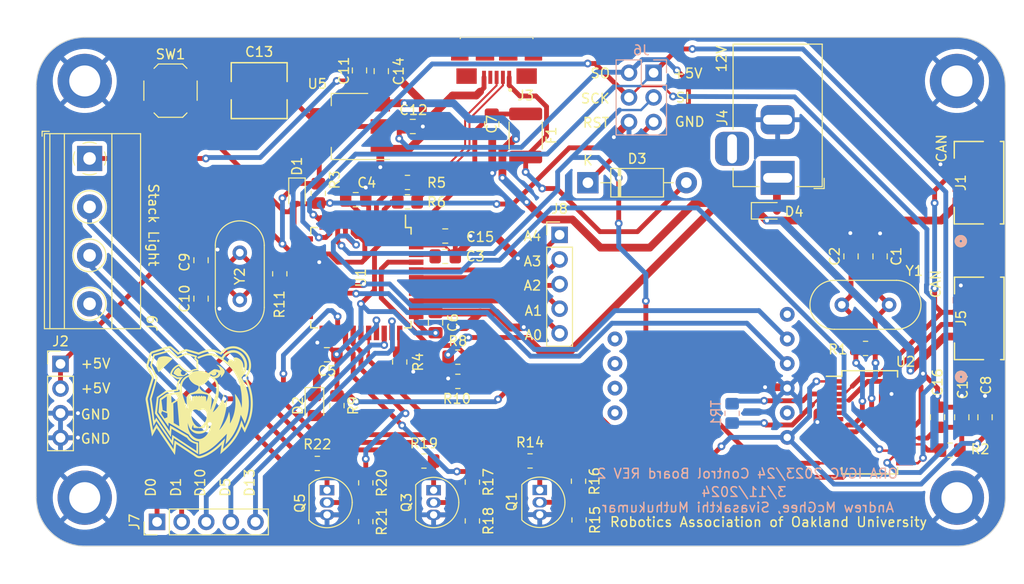
<source format=kicad_pcb>
(kicad_pcb (version 20240108) (generator "pcbnew") (generator_version "8.0")
  (layers (0 "F.Cu" signal) (31 "B.Cu" signal) (34 "B.Paste" user) (35 "F.Paste" user) (36 "B.SilkS" user "B.Silkscreen") (37 "F.SilkS" user "F.Silkscreen") (38 "B.Mask" user) (39 "F.Mask" user) (44 "Edge.Cuts" user))
  (net 0 "")
  (net 2 "Net-(U1-UCAP)")
  (net 3 "Net-(D2-A)")
  (net 4 "RST")
  (net 5 "Net-(Q1-D)")
  (net 6 "IMU_SCL")
  (net 7 "IMU_SDA")
  (net 9 "XTAL1")
  (net 10 "Net-(U1-~{HWB}{slash}PE2)")
  (net 11 "Net-(U1-AREF)")
  (net 12 "Net-(D3-A)")
  (net 15 "Net-(Q1-G)")
  (net 16 "LED_R")
  (net 17 "Net-(Q3-D)")
  (net 21 "CAN_L")
  (net 22 "CAN_H")
  (net 23 "Net-(U2-OSC2)")
  (net 24 "Net-(U2-OSC1)")
  (net 25 "Net-(U2-~{RESET})")
  (net 26 "CAN_INT")
  (net 27 "CAN_SCK")
  (net 28 "CAN_SI")
  (net 29 "CAN_SO")
  (net 30 "CAN_CS")
  (net 31 "+5V")
  (net 32 "GND")
  (net 33 "XTAL2")
  (net 35 "D+")
  (net 36 "D-")
  (net 39 "(USB) D-")
  (net 40 "(USB) D+")
  (net 41 "PWRIN")
  (net 42 "Net-(D4-A)")
  (net 43 "Norm_Voltage")
  (net 44 "Net-(Q3-G)")
  (net 46 "Net-(Q5-D)")
  (net 47 "Net-(Q5-G)")
  (net 48 "LED_G")
  (net 49 "LEDPWR_R")
  (net 50 "LED_B")
  (net 51 "LEDPWR_G")
  (net 52 "D0")
  (net 53 "D1")
  (net 54 "D10")
  (net 55 "D5")
  (net 56 "D13")
  (net 57 "A0")
  (net 58 "A1")
  (net 59 "A2")
  (net 60 "A3")
  (net 61 "A4")
  (net 67 "Net-(U2-TXD)")
  (net 68 "Net-(U2-RXD)")
  (net 72 "LEDPWR_B")
  (footprint "Package_QFP:TQFP-44_10x10mm_P0.8mm" (layer "F.Cu") (at 123.5 74.8 -90)
    (property "Reference" "U1")
    (property "Value" "ATmega32U4-A")
  )
  (footprint "Button_Switch_SMD:SW_SPST_TL3342" (layer "F.Cu") (at 103.85 55.5)
    (property "Reference" "SW1")
    (property "Value" "Reset")
  )
  (footprint "Capacitor_SMD:C_0805_2012Metric_Pad1.18x1.45mm_HandSolder" (layer "F.Cu") (at 137 58.9625 -90)
    (property "Reference" "C7")
    (property "Value" "10uF")
  )
  (footprint "Package_TO_SOT_THT:TO-92_Inline" (layer "F.Cu") (at 131 96.73 -90)
    (property "Reference" "Q3")
    (property "Value" "BS170")
  )
  (footprint "Capacitor_SMD:C_0805_2012Metric_Pad1.18x1.45mm_HandSolder" (layer "F.Cu") (at 107 76.9625 -90)
    (property "Reference" "C10")
    (property "Value" "22pF")
  )
  (footprint "Package_SO:SSOP-28_5.3x10.2mm_P0.65mm" (layer "F.Cu") (at 176 89.725)
    (property "Reference" "U2")
    (property "Value" "MCP25625-x-SS")
  )
  (footprint "MountingHole:MountingHole_3.2mm_M3_DIN965_Pad" (layer "F.Cu") (at 185 97.5)
    (property "Reference" "H1" (hide yes))
    (property "Value" "MountingHole_Pad")
  )
  (footprint "Crystal:Crystal_HC49-4H_Vertical" (layer "F.Cu") (at 173.12 77.6)
    (property "Reference" "Y1")
    (property "Value" "8Mhz")
  )
  (footprint "Capacitor_SMD:C_0805_2012Metric_Pad1.18x1.45mm_HandSolder" (layer "F.Cu") (at 177.07 72.6 -90)
    (property "Reference" "C1")
    (property "Value" "22pF")
  )
  (footprint "Capacitor_SMD:C_0805_2012Metric_Pad1.18x1.45mm_HandSolder" (layer "F.Cu") (at 107 73 -90)
    (property "Reference" "C9")
    (property "Value" "22pF")
  )
  (footprint "Resistor_SMD:R_0805_2012Metric_Pad1.20x1.40mm_HandSolder" (layer "F.Cu") (at 145.9525 95.8 -90)
    (property "Reference" "R16")
    (property "Value" "1k")
  )
  (footprint "Resistor_SMD:R_0805_2012Metric_Pad1.20x1.40mm_HandSolder" (layer "F.Cu") (at 115.125 74.4 -90)
    (property "Reference" "R11")
    (property "Value" "1M")
  )
  (footprint "MountingHole:MountingHole_3.2mm_M3_DIN965_Pad" (layer "F.Cu") (at 95 54.5)
    (property "Reference" "H3" (hide yes))
    (property "Value" "MountingHole_Pad")
  )
  (footprint "Package_TO_SOT_THT:TO-92_Inline" (layer "F.Cu") (at 120 96.73 -90)
    (property "Reference" "Q5")
    (property "Value" "BS170")
  )
  (footprint "MountingHole:MountingHole_3.2mm_M3_DIN965_Pad" (layer "F.Cu") (at 95 97.5)
    (property "Reference" "H2" (hide yes))
    (property "Value" "MountingHole_Pad")
  )
  (footprint "Package_TO_SOT_SMD:SOT-223-3_TabPin2" (layer "F.Cu") (at 122.35 59.2 180)
    (property "Reference" "U5")
    (property "Value" "NCP1117-5.0_SOT223")
  )
  (footprint "Capacitor_SMD:C_0805_2012Metric_Pad1.18x1.45mm_HandSolder" (layer "F.Cu") (at 187.9 89.2 90)
    (property "Reference" "C8")
    (property "Value" "100nF")
  )
  (footprint "Resistor_SMD:R_0805_2012Metric_Pad1.20x1.40mm_HandSolder" (layer "F.Cu") (at 121.025 88 -90)
    (property "Reference" "R9")
    (property "Value" "470")
  )
  (footprint "Capacitor_SMD:C_0805_2012Metric_Pad1.18x1.45mm_HandSolder" (layer "F.Cu") (at 122.9625 66.75 180)
    (property "Reference" "C4")
    (property "Value" "1uF")
  )
  (footprint "Resistor_SMD:R_0805_2012Metric_Pad1.20x1.40mm_HandSolder" (layer "F.Cu") (at 133.5 83)
    (property "Reference" "R8")
    (property "Value" "2.2k")
  )
  (footprint "Resistor_SMD:R_0805_2012Metric_Pad1.20x1.40mm_HandSolder" (layer "F.Cu") (at 135 99.9 -90)
    (property "Reference" "R18")
    (property "Value" "10k")
  )
  (footprint "Crystal:Crystal_HC49-4H_Vertical" (layer "F.Cu") (at 111 77.1 90)
    (property "Reference" "Y2")
    (property "Value" "16MHz")
  )
  (footprint "AdditionalParts:AMPHENOL_10118192-0002LF" (layer "F.Cu") (at 137.5 54.125 180)
    (property "Reference" "J3")
    (property "Value" "USB_B_Micro")
  )
  (footprint "Resistor_SMD:R_0805_2012Metric_Pad1.20x1.40mm_HandSolder" (layer "F.Cu") (at 175.57 82.1)
    (property "Reference" "R1")
    (property "Value" "1M")
  )
  (footprint "Resistor_SMD:R_0805_2012Metric_Pad1.20x1.40mm_HandSolder" (layer "F.Cu") (at 119 93.97)
    (property "Reference" "R22")
    (property "Value" "10k")
  )
  (footprint "Capacitor_SMD:C_0805_2012Metric_Pad1.18x1.45mm_HandSolder" (layer "F.Cu") (at 174.07 72.6 90)
    (property "Reference" "C2")
    (property "Value" "22pF")
  )
  (footprint "AdditionalParts:CONN_SM04B-GHS-TB_JST" (layer "F.Cu") (at 187.3 79 90)
    (property "Reference" "J5")
    (property "Value" "SM04B-GHS-TB")
  )
  (footprint "Custom_Parts:IMU_MOUNT" (layer "F.Cu") (at 148.44 97.63 90)
    (property "Reference" "U6" (hide yes))
    (property "Value" "IMU_MOUNT")
  )
  (footprint "Connector_PinHeader_2.54mm:PinHeader_1x04_P2.54mm_Vertical" (layer "F.Cu") (at 92.5 83.7)
    (property "Reference" "J2")
    (property "Value" "Conn_01x04_Pin")
  )
  (footprint "Connector_BarrelJack:BarrelJack_Horizontal" (layer "F.Cu") (at 166.5 64.5 -90)
    (property "Reference" "J4")
    (property "Value" "12V")
  )
  (footprint "Capacitor_SMD:C_0805_2012Metric_Pad1.18x1.45mm_HandSolder" (layer "F.Cu") (at 125.6 53.4875 -90)
    (property "Reference" "C14")
    (property "Value" "100nF")
  )
  (footprint "Resistor_SMD:R_0805_2012Metric_Pad1.20x1.40mm_HandSolder" (layer "F.Cu") (at 146.0075 99.8 -90)
    (property "Reference" "R15")
    (property "Value" "10k")
  )
  (footprint "Resistor_SMD:R_0805_2012Metric_Pad1.20x1.40mm_HandSolder" (layer "F.Cu") (at 135 95.9 -90)
    (property "Reference" "R17")
    (property "Value" "1k")
  )
  (footprint "Package_TO_SOT_THT:TO-92_Inline" (layer "F.Cu") (at 141.9525 96.71 -90)
    (property "Reference" "Q1")
    (property "Value" "BS170")
  )
  (footprint "Resistor_SMD:R_0805_2012Metric_Pad1.20x1.40mm_HandSolder" (layer "F.Cu") (at 128.3 64.975 180)
    (property "Reference" "R5")
    (property "Value" "22")
  )
  (footprint "Resistor_SMD:R_0805_2012Metric_Pad1.20x1.40mm_HandSolder" (layer "F.Cu") (at 130 93.72)
    (property "Reference" "R19")
    (property "Value" "10k")
  )
  (footprint "Diode_SMD:D_SOD-323" (layer "F.Cu") (at 165.4 67.9)
    (property "Reference" "D4")
    (property "Value" "PWRIN")
  )
  (footprint "Fuse:Fuse_1812_4532Metric_Pad1.30x3.40mm_HandSolder" (layer "F.Cu") (at 140.5 60.125 -90)
    (property "Reference" "F1")
    (property "Value" "MF-MSMF050-2")
  )
  (footprint "MountingHole:MountingHole_3.2mm_M3_DIN965_Pad" (layer "F.Cu") (at 185 54.5)
    (property "Reference" "H4" (hide yes))
    (property "Value" "MountingHole_Pad")
  )
  (footprint "Resistor_SMD:R_0805_2012Metric_Pad1.20x1.40mm_HandSolder" (layer "F.Cu") (at 140.9525 93.71)
    (property "Reference" "R14")
    (property "Value" "10k")
  )
  (footprint "Resistor_SMD:R_0805_2012Metric_Pad1.20x1.40mm_HandSolder" (layer "F.Cu") (at 119.1 66.1 90)
    (property "Reference" "R3")
    (property "Value" "10k")
  )
  (footprint "Resistor_SMD:R_0805_2012Metric_Pad1.20x1.40mm_HandSolder" (layer "F.Cu") (at 124 99.97 -90)
    (property "Reference" "R21")
    (property "Value" "10k")
  )
  (footprint "Capacitor_SMD:C_0805_2012Metric_Pad1.18x1.45mm_HandSolder" (layer "F.Cu") (at 119.9875 82.75 180)
    (property "Reference" "C5")
    (property "Value" "100nF")
  )
  (footprint "Capacitor_SMD:C_0805_2012Metric_Pad1.18x1.45mm_HandSolder" (layer "F.Cu") (at 123.35 53.4125 -90)
    (property "Reference" "C11")
    (property "Value" "10nF")
  )
  (footprint "AdditionalParts:CAP_WCAP-ASLI_05p0X05p5_WRE" (layer "F.Cu") (at 113 55.5 180)
    (property "Reference" "C13")
    (property "Value" "22uF")
  )
  (footprint "Capacitor_SMD:C_0805_2012Metric_Pad1.18x1.45mm_HandSolder" (layer "F.Cu") (at 132.2 70.5)
    (property "Reference" "C15")
    (property "Value" "1uF")
  )
  (footprint "Capacitor_SMD:C_0805_2012Metric_Pad1.18x1.45mm_HandSolder" (layer "F.Cu") (at 185.5 89.2 90)
    (property "Reference" "C17")
    (property "Value" "100nF")
  )
  (footprint "Capacitor_SMD:C_0805_2012Metric_Pad1.18x1.45mm_HandSolder" (layer "F.Cu") (at 131.2 79.4375 90)
    (property "Reference" "C6")
    (property "Value" "100nF")
  )
  (footprint "LED_SMD:LED_0805_2012Metric_Pad1.15x1.40mm_HandSolder" (layer "F.Cu") (at 118.7 88 -90)
    (property "Reference" "D2")
    (property "Value" "LED_Small")
  )
  (footprint "Capacitor_SMD:C_0805_2012Metric_Pad1.18x1.45mm_HandSolder" (layer "F.Cu") (at 128.85 59.2 180)
    (property "Reference" "C12")
    (property "Value" "100nF")
  )
  (footprint "Capacitor_SMD:C_0805_2012Metric_Pad1.18x1.45mm_HandSolder" (layer "F.Cu") (at 132.2 72.6 180)
    (property "Reference" "C3")
    (property "Value" "100nF")
  )
  (footprint "Connector_PinHeader_2.54mm:PinHeader_1x05_P2.54mm_Vertical" (layer "F.Cu") (at 144 70.38)
    (property "Reference" "J8")
    (property "Value" "Conn_01x05_Pin")
  )
  (footprint "Resistor_SMD:R_0805_2012Metric_Pad1.20x1.40mm_HandSolder" (layer "F.Cu") (at 184.3 92.6 180)
    (property "Reference" "R2")
    (property "Value" "10k")
  )
  (footprint "AdditionalParts:CONN_SM04B-GHS-TB_JST" (layer "F.Cu") (at 187.275699 65 90)
    (property "Reference" "J1")
    (property "Value" "SM04B-GHS-TB")
  )
  (footprint "Resistor_SMD:R_0805_2012Metric_Pad1.20x1.40mm_HandSolder" (layer "F.Cu") (at 124 95.97 -90)
    (property "Reference" "R20")
    (property "Value" "1k")
  )
  (footprint "AdditionalParts:ORA_Logo_V2" (layer "F.Cu") (at 106.8 87.7)
    (property "Reference" "G***" (hide yes))
    (property "Value" "LOGO" (hide yes))
  )
  (footprint "Capacitor_SMD:C_0805_2012Metric_Pad1.18x1.45mm_HandSolder" (layer "F.Cu") (at 183 89.2 90)
    (property "Reference" "C16")
    (property "Value" "100nF")
  )
  (footprint "Diode_SMD:D_SOD-323" (layer "F.Cu") (at 116.9 66.125 -90)
    (property "Reference" "D1")
    (property "Value" "rst")
  )
  (footprint "Resistor_SMD:R_0805_2012Metric_Pad1.20x1.40mm_HandSolder" (layer "F.Cu") (at 128.3 66.975)
    (property "Reference" "R6")
    (property "Value" "22")
  )
  (footprint "Diode_THT:D_DO-41_SOD81_P10.16mm_Horizontal" (layer "F.Cu") (at 146.92 65)
    (property "Reference" "D3")
    (property "Value" "1N5819")
  )
  (footprint "TerminalBlock_Phoenix:TerminalBlock_Phoenix_MKDS-1,5-4_1x04_P5.00mm_Horizontal" (layer "F.Cu") (at 95.5 62.5 -90)
    (property "Reference" "J9")
    (property "Value" "Stack Light")
  )
  (footprint "Resistor_SMD:R_0805_2012Metric_Pad1.20x1.40mm_HandSolder" (layer "F.Cu") (at 127.5 83.5 -90)
    (property "Reference" "R4")
    (property "Value" "10k")
  )
  (footprint "Resistor_SMD:R_0805_2012Metric_Pad1.20x1.40mm_HandSolder" (layer "F.Cu") (at 133.5 85.5)
    (property "Reference" "R10")
    (property "Value" "1.57k")
  )
  (footprint "Connector_PinHeader_2.54mm:PinHeader_1x05_P2.54mm_Vertical" (layer "F.Cu") (at 102.46 100 90)
    (property "Reference" "J7")
    (property "Value" "Conn_01x05_Pin")
  )
  (footprint "Resistor_SMD:R_0805_2012Metric_Pad1.20x1.40mm_HandSolder" (layer "B.Cu") (at 161.8 88.8 -90)
    (property "Reference" "TR1")
    (property "Value" "120")
  )
  (footprint "Connector_PinHeader_2.54mm:PinHeader_2x03_P2.54mm_Vertical" (layer "B.Cu") (at 153.7 53.66 180)
    (property "Reference" "J6")
    (property "Value" "Conn_02x03_Top_Bottom")
  )
  (gr_arc (start 90 55) (mid 91.464466 51.464466) (end 95 50) (stroke (width 0.1)) (layer "Edge.Cuts"))
  (gr_arc (start 95 102.5) (mid 91.464466 101.035534) (end 90 97.5) (stroke (width 0.1)) (layer "Edge.Cuts"))
  (gr_line (start 190 97.5) (end 190 55) (stroke (width 0.1)) (layer "Edge.Cuts"))
  (gr_line (start 185 50) (end 95 50) (stroke (width 0.1)) (layer "Edge.Cuts"))
  (gr_line (start 90 55) (end 90 97.5) (stroke (width 0.1)) (layer "Edge.Cuts"))
  (gr_arc (start 190 97.5) (mid 188.535534 101.035534) (end 185 102.5) (stroke (width 0.1)) (layer "Edge.Cuts"))
  (gr_arc (start 185 50) (mid 188.535534 51.464466) (end 190 55) (stroke (width 0.1)) (layer "Edge.Cuts"))
  (gr_line (start 95 102.5) (end 185 102.5) (stroke (width 0.1)) (layer "Edge.Cuts"))
  (gr_text "ORA IGVC 2023/24 Control Board REV 2" (at 179 95.6 0) (layer "B.SilkS") (effects (font (size 1 1)) (justify left bottom mirror)))
  (gr_text "Andrew McGhee, Sivasakthi Muthukumar\n" (at 178.6 99.1 0) (layer "B.SilkS") (effects (font (size 1 1)) (justify left bottom mirror)))
  (gr_text "3/11/2024\n" (at 167.5 97.5 0) (layer "B.SilkS") (effects (font (size 1 1)) (justify left bottom mirror)))
  (gr_text "GND" (at 94.5 89.5 0) (layer "F.SilkS") (effects (font (size 1 1)) (justify left bottom)))
  (gr_text "D10" (at 107.5 97.5 90) (layer "F.SilkS") (effects (font (size 1 1)) (justify left bottom)))
  (gr_text "A4" (at 140.2 71.1 0) (layer "F.SilkS") (effects (font (size 1 1)) (justify left bottom)))
  (gr_text "Robotics Association of Oakland University" (at 149.1 100.6 0) (layer "F.SilkS") (effects (font (size 1 1)) (justify left bottom)))
  (gr_text "A1" (at 140.3 78.8 0) (layer "F.SilkS") (effects (font (size 1 1)) (justify left bottom)))
  (gr_text "A2" (at 140.2 76.2 0) (layer "F.SilkS") (effects (font (size 1 1)) (justify left bottom)))
  (gr_text "SO" (at 147.1 54.3 0) (layer "F.SilkS") (effects (font (size 1 1)) (justify left bottom)))
  (gr_text "A0" (at 140.3 81.3 0) (layer "F.SilkS") (effects (font (size 1 1)) (justify left bottom)))
  (gr_text "+5V" (at 94.5 84.25 0) (layer "F.SilkS") (effects (font (size 1 1)) (justify left bottom)))
  (gr_text "GND" (at 155.8 59.3 0) (layer "F.SilkS") (effects (font (size 1 1)) (justify left bottom)))
  (gr_text "D1" (at 105 97.5 90) (layer "F.SilkS") (effects (font (size 1 1)) (justify left bottom)))
  (gr_text "D13" (at 112.6 97.5 90) (layer "F.SilkS") (effects (font (size 1 1)) (justify left bottom)))
  (gr_text "RST" (at 146.3 59.4 0) (layer "F.SilkS") (effects (font (size 1 1)) (justify left bottom)))
  (gr_text "D0" (at 102.4 97.5 90) (layer "F.SilkS") (effects (font (size 1 1)) (justify left bottom)))
  (gr_text "Stack Light" (at 101.5 64.999998 -90) (layer "F.SilkS") (effects (font (size 1 1)) (justify left bottom)))
  (gr_text "D5" (at 110.1 97.5 90) (layer "F.SilkS") (effects (font (size 1 1)) (justify left bottom)))
  (gr_text "A3" (at 140.2 73.7 0) (layer "F.SilkS") (effects (font (size 1 1)) (justify left bottom)))
  (gr_text "GND" (at 94.5 92 0) (layer "F.SilkS") (effects (font (size 1 1)) (justify left bottom)))
  (gr_text "+5V" (at 94.5 86.8 0) (layer "F.SilkS") (effects (font (size 1 1)) (justify left bottom)))
  (gr_text "12V" (at 161.3 53.7 90) (layer "F.SilkS") (effects (font (size 1 1)) (justify left bottom)))
  (gr_text "CAN" (at 183.4 77 90) (layer "F.SilkS") (effects (font (size 1 1)) (justify left bottom)))
  (gr_text "+5V" (at 155.6 54.3 0) (layer "F.SilkS") (effects (font (size 1 1)) (justify left bottom)))
  (gr_text "SCK" (at 146.1 56.9 0) (layer "F.SilkS") (effects (font (size 1 1)) (justify left bottom)))
  (gr_text "SI\n" (at 155.9 56.8 0) (layer "F.SilkS") (effects (font (size 1 1)) (justify left bottom)))
  (gr_text "CAN" (at 184 63 90) (layer "F.SilkS") (effects (font (size 1 1)) (justify left bottom)))
  (segment (start 123.5 69.1) (end 123.5 68.238604) (width 0.5) (layer "F.Cu") (net 2))
  (segment (start 122.011396 66.75) (end 121.925 66.75) (width 0.5) (layer "F.Cu") (net 2))
  (segment (start 123.5 68.238604) (end 122.011396 66.75) (width 0.5) (layer "F.Cu") (net 2))
  (segment (start 121 89.025) (end 121.025 89) (width 0.5) (layer "F.Cu") (net 3))
  (segment (start 118.7 89.025) (end 121 89.025) (width 0.5) (layer "F.Cu") (net 3))
  (segment (start 116.6 68) (end 116.6 71.261396) (width 0.5) (layer "F.Cu") (net 4))
  (segment (start 119.025 67.175) (end 119.1 67.1) (width 0.5) (layer "F.Cu") (net 4))
  (segment (start 116.938604 71.6) (end 117.8 71.6) (width 0.5) (layer "F.Cu") (net 4))
  (segment (start 151.04 61.4) (end 153.7 58.74) (width 0.5) (layer "F.Cu") (net 4))
  (segment (start 107 57.4) (end 107 59.402082) (width 0.5) (layer "F.Cu") (net 4))
  (segment (start 140.247919 66.149999) (end 140.250001 66.149999) (width 0.5) (layer "F.Cu") (net 4))
  (segment (start 139.749999 66.647919) (end 140.247919 66.149999) (width 0.5) (layer "F.Cu") (net 4))
  (segment (start 116.25 67.8) (end 116.9 67.15) (width 0.5) (layer "F.Cu") (net 4))
  (segment (start 116.9 67.175) (end 119.025 67.175) (width 0.5) (layer "F.Cu") (net 4))
  (segment (start 139.2 67.2) (end 139.749999 66.650001) (width 0.5) (layer "F.Cu") (net 4))
  (segment (start 115.597918 68) (end 116.6 68) (width 0.5) (layer "F.Cu") (net 4))
  (segment (start 107 59.402082) (end 115.597918 68) (width 0.5) (layer "F.Cu") (net 4))
  (segment (start 116.9 67.15) (end 116.6 67.45) (width 0.5) (layer "F.Cu") (net 4))
  (segment (start 140.250001 66.149999) (end 145 61.4) (width 0.5) (layer "F.Cu") (net 4))
  (segment (start 119.1 67.1) (end 120.3 67.1) (width 0.5) (layer "F.Cu") (net 4))
  (segment (start 139.749999 66.650001) (end 139.749999 66.647919) (width 0.5) (layer "F.Cu") (net 4))
  (segment (start 116.6 67.45) (end 116.6 68) (width 0.5) (layer "F.Cu") (net 4))
  (segment (start 145 61.4) (end 151.04 61.4) (width 0.5) (layer "F.Cu") (net 4))
  (segment (start 100.7 57.4) (end 107 57.4) (width 0.5) (layer "F.Cu") (net 4))
  (segment (start 116.6 71.261396) (end 116.938604 71.6) (width 0.5) (layer "F.Cu") (net 4))
  (segment (start 137.5 67.2) (end 139.2 67.2) (width 0.5) (layer "F.Cu") (net 4))
  (via (at 137.5 67.2) (size 0.8) (drill 0.4) (layers "F.Cu" "B.Cu") (net 4))
  (via (at 120.3 67.1) (size 0.8) (drill 0.4) (layers "F.Cu" "B.Cu") (net 4))
  (segment (start 137.5 67.2) (end 137.4 67.1) (width 0.5) (layer "B.Cu") (net 4))
  (segment (start 137.4 67.1) (end 120.3 67.1) (width 0.5) (layer "B.Cu") (net 4))
  (segment (start 141.9525 93.71) (end 141.9525 96.71) (width 0.5) (layer "F.Cu") (net 5))
  (segment (start 123.8 75.449997) (end 123.649997 75.6) (width 0.5) (layer "F.Cu") (net 6))
  (segment (start 123.649997 75.6) (end 117.8 75.6) (width 0.5) (layer "F.Cu") (net 6))
  (via (at 123.8 75.449997) (size 0.8) (drill 0.4) (layers "F.Cu" "B.Cu") (net 6))
  (segment (start 136.897918 77.7) (end 141.397918 82.2) (width 0.5) (layer "B.Cu") (net 6))
  (segment (start 141.397918 82.2) (end 145.71005 82.2) (width 0.5) (layer "B.Cu") (net 6))
  (segment (start 145.71005 82.2) (end 149.71005 78.2) (width 0.5) (layer "B.Cu") (net 6))
  (segment (start 126.449997 75.449997) (end 128.7 77.7) (width 0.5) (layer "B.Cu") (net 6))
  (segment (start 128.7 77.7) (end 136.897918 77.7) (width 0.5) (layer "B.Cu") (net 6))
  (segment (start 123.8 75.449997) (end 126.449997 75.449997) (width 0.5) (layer "B.Cu") (net 6))
  (segment (start 149.71005 78.2) (end 164.57 78.2) (width 0.5) (layer "B.Cu") (net 6))
  (segment (start 164.57 78.2) (end 167.49 81.12) (width 0.5) (layer "B.Cu") (net 6))
  (segment (start 122.9505 76.4) (end 117.8 76.4) (width 0.5) (layer "F.Cu") (net 7))
  (segment (start 123 76.4495) (end 122.9505 76.4) (width 0.5) (layer "F.Cu") (net 7))
  (via (at 123 76.4495) (size 0.8) (drill 0.4) (layers "F.Cu" "B.Cu") (net 7))
  (segment (start 149.4 79.5) (end 163.33 79.5) (width 0.5) (layer "B.Cu") (net 7))
  (segment (start 146 82.9) (end 149.4 79.5) (width 0.5) (layer "B.Cu") (net 7))
  (segment (start 136.5 78.4) (end 141 82.9) (width 0.5) (layer "B.Cu") (net 7))
  (segment (start 123 76.4495) (end 126.3495 76.4495) (width 0.5) (layer "B.Cu") (net 7))
  (segment (start 126.3495 76.4495) (end 128.3 78.4) (width 0.5) (layer "B.Cu") (net 7))
  (segment (start 163.33 79.5) (end 167.49 83.66) (width 0.5) (layer "B.Cu") (net 7))
  (segment (start 141 82.9) (end 146 82.9) (width 0.5) (layer "B.Cu") (net 7))
  (segment (start 128.3 78.4) (end 136.5 78.4) (width 0.5) (layer "B.Cu") (net 7))
  (segment (start 112.7 75.4) (end 111 77.1) (width 0.5) (layer "F.Cu") (net 9))
  (segment (start 115.125 75.4) (end 112.7 75.4) (width 0.5) (layer "F.Cu") (net 9))
  (segment (start 115.725 74.8) (end 117.8 74.8) (width 0.5) (layer "F.Cu") (net 9))
  (segment (start 115.125 75.4) (end 115.725 74.8) (width 0.5) (layer "F.Cu") (net 9))
  (segment (start 109.775 75.875) (end 111 77.1) (width 0.5) (layer "F.Cu") (net 9))
  (segment (start 107.275 75.875) (end 109.775 75.875) (width 0.5) (layer "F.Cu") (net 9))
  (segment (start 127.5 82.5) (end 127.5 80.5) (width 0.5) (layer "F.Cu") (net 10))
  (segment (start 131.0625 72.4) (end 129.2 72.4) (width 0.5) (layer "F.Cu") (net 11))
  (segment (start 131.1625 72.5) (end 131.0625 72.4) (width 0.5) (layer "F.Cu") (net 11))
  (segment (start 142.65 57.15) (end 141.55 56.05) (width 0.5) (layer "F.Cu") (net 12))
  (segment (start 152.03 70.05) (end 148.161041 70.05) (width 0.5) (layer "F.Cu") (net 12))
  (segment (start 140.5 62.35) (end 142.65 60.2) (width 0.5) (layer "F.Cu") (net 12))
  (segment (start 148.161041 70.05) (end 143.711041 65.6) (width 0.5) (layer "F.Cu") (net 12))
  (segment (start 140.5 63.9) (end 140.5 62.35) (width 0.5) (layer "F.Cu") (net 12))
  (segment (start 138.8 54.95) (end 138.8 54.125) (width 0.5) (layer "F.Cu") (net 12))
  (segment (start 141.55 56.05) (end 139.9 56.05) (width 0.5) (layer "F.Cu") (net 12))
  (segment (start 142.2 65.6) (end 142.3 65.6) (width 0.5) (layer "F.Cu") (net 12))
  (segment (start 157.08 65) (end 152.03 70.05) (width 0.5) (layer "F.Cu") (net 12))
  (segment (start 139.9 56.05) (end 138.8 54.95) (width 0.5) (layer "F.Cu") (net 12))
  (segment (start 142.65 60.2) (end 142.65 57.15) (width 0.5) (layer "F.Cu") (net 12))
  (segment (start 143.711041 65.6) (end 142.2 65.6) (width 0.5) (layer "F.Cu") (net 12))
  (via (at 142.2 65.6) (size 0.8) (drill 0.4) (layers "F.Cu" "B.Cu") (net 12))
  (via (at 140.5 63.9) (size 0.8) (drill 0.4) (layers "F.Cu" "B.Cu") (net 12))
  (segment (start 140.5 63.9) (end 142.2 65.6) (width 0.5) (layer "B.Cu") (net 12))
  (segment (start 145.1875 97.98) (end 146.0075 98.8) (width 0.5) (layer "F.Cu") (net 15))
  (segment (start 141.9525 97.98) (end 145.1875 97.98) (width 0.5) (layer "F.Cu") (net 15))
  (segment (start 146.0075 98.8) (end 146.0075 96.855) (width 0.5) (layer "F.Cu") (net 15))
  (segment (start 146.0075 96.855) (end 145.9525 96.8) (width 0.5) (layer "F.Cu") (net 15))
  (segment (start 138.0425 91.8) (end 139.9525 93.71) (width 0.5) (layer "F.Cu") (net 16))
  (segment (start 111.5 85.2) (end 111.5 85.3) (width 0.5) (layer "F.Cu") (net 16))
  (segment (start 118 91.8) (end 138.0425 91.8) (width 0.5) (layer "F.Cu") (net 16))
  (segment (start 111.5 85.3) (end 118 91.8) (width 0.5) (layer "F.Cu") (net 16))
  (via (at 111.5 85.2) (size 0.8) (drill 0.4) (layers "F.Cu" "B.Cu") (net 16))
  (segment (start 95.5 69.202082) (end 95.5 67.5) (width 0.5) (layer "B.Cu") (net 16))
  (segment (start 111.497918 85.2) (end 95.5 69.202082) (width 0.5) (layer "B.Cu") (net 16))
  (segment (start 111.5 85.2) (end 111.497918 85.2) (width 0.5) (layer "B.Cu") (net 16))
  (segment (start 131 93.72) (end 131 96.73) (width 0.5) (layer "F.Cu") (net 17))
  (segment (start 183.425 78.375) (end 185.4243 78.375) (width 0.5) (layer "F.Cu") (net 21))
  (segment (start 182.7 75.9) (end 182.7 77.65) (width 0.5) (layer "F.Cu") (net 21))
  (segment (start 182.7 77.65) (end 183.425 78.375) (width 0.5) (layer "F.Cu") (net 21))
  (segment (start 169.1 87.5) (end 169.8 86.8) (width 0.5) (layer "F.Cu") (net 21))
  (segment (start 184.125 64.375) (end 185.399999 64.375) (width 0.5) (layer "F.Cu") (net 21))
  (segment (start 177 84.8) (end 183.425 78.375) (width 0.5) (layer "F.Cu") (net 21))
  (segment (start 175.4 84.8) (end 177 84.8) (width 0.5) (layer "F.Cu") (net 21))
  (segment (start 172.4 86.8) (end 173.4 86.8) (width 0.25) (layer "F.Cu") (net 21))
  (segment (start 172.4 86.8) (end 170.6 86.8) (width 0.25) (layer "F.Cu") (net 21))
  (segment (start 173.4 86.8) (end 174.2 86) (width 0.25) (layer "F.Cu") (net 21))
  (segment (start 165.1 87.5) (end 169.1 87.5) (width 0.5) (layer "F.Cu") (net 21))
  (segment (start 174.2 86) (end 175.4 84.8) (width 0.5) (layer "F.Cu") (net 21))
  (segment (start 182.7 67.1) (end 182.7 65.8) (width 0.5) (layer "F.Cu") (net 21))
  (segment (start 169.8 86.8) (end 170.6 86.8) (width 0.5) (layer "F.Cu") (net 21))
  (segment (start 182.7 65.8) (end 184.125 64.375) (width 0.5) (layer "F.Cu") (net 21))
  (via (at 165.1 87.5) (size 0.8) (drill 0.4) (layers "F.Cu" "B.Cu") (net 21))
  (via (at 182.7 67.1) (size 0.8) (drill 0.4) (layers "F.Cu" "B.Cu") (net 21))
  (via (at 182.7 75.9) (size 0.8) (drill 0.4) (layers "F.Cu" "B.Cu") (net 21))
  (segment (start 165.072 87.528) (end 165.1 87.5) (width 0.5) (layer "B.Cu") (net 21))
  (segment (start 162.072 87.528) (end 165.072 87.528) (width 0.5) (layer "B.Cu") (net 21))
  (segment (start 161.8 87.8) (end 162.072 87.528) (width 0.5) (layer "B.Cu") (net 21))
  (segment (start 182.7 67.1) (end 182.7 75.9) (width 0.5) (layer "B.Cu") (net 21))
  (segment (start 186.675 79.625) (end 185.4243 79.625) (width 0.5) (layer "F.Cu") (net 22))
  (segment (start 177.55 85.5) (end 183.425 79.625) (width 0.5) (layer "F.Cu") (net 22))
  (segment (start 185.399999 65.625) (end 186.231099 65.625) (width 0.5) (layer "F.Cu") (net 22))
  (segment (start 165.3 90) (end 165.1 89.8) (width 0.5) (layer "F.Cu") (net 22))
  (segment (start 187.5 78.8) (end 186.675 79.625) (width 0.5) (layer "F.Cu") (net 22))
  (segment (start 170.1 87.9) (end 170.55 87.45) (width 0.25) (layer "F.Cu") (net 22))
  (segment (start 173.85 87.45) (end 175.8 85.5) (width 0.5) (layer "F.Cu") (net 22))
  (segment (start 175.8 85.5) (end 177.55 85.5) (width 0.5) (layer "F.Cu") (net 22))
  (segment (start 170.55 87.45) (end 172.4 87.45) (width 0.25) (layer "F.Cu") (net 22))
  (segment (start 183.425 79.625) (end 185.4243 79.625) (width 0.5) (layer "F.Cu") (net 22))
  (segment (start 187.5 66.893901) (end 187.5 78.8) (width 0.5) (layer "F.Cu") (net 22))
  (segment (start 186.231099 65.625) (end 187.5 66.893901) (width 0.5) (layer "F.Cu") (net 22))
  (segment (start 168 90) (end 165.3 90) (width 0.5) (layer "F.Cu") (net 22))
  (segment (start 170.1 87.9) (end 168 90) (width 0.5) (layer "F.Cu") (net 22))
  (segment (start 172.4 87.45) (end 173.85 87.45) (width 0.25) (layer "F.Cu") (net 22))
  (via (at 165.1 89.8) (size 0.8) (drill 0.4) (layers "F.Cu" "B.Cu") (net 22))
  (segment (start 161.8 89.8) (end 165.1 89.8) (width 0.5) (layer "B.Cu") (net 22))
  (segment (start 174.57 82.1) (end 174.57 79.05) (width 0.5) (layer "F.Cu") (net 23))
  (segment (start 174.57 82.1) (end 174.57 83.57) (width 0.5) (layer "F.Cu") (net 23))
  (segment (start 173.7 90) (end 173.65 90.05) (width 0.5) (layer "F.Cu") (net 23))
  (segment (start 175.240632 89.059368) (end 174.3 90) (width 0.5) (layer "F.Cu") (net 23))
  (segment (start 175.240632 87.532167) (end 175.240632 89.059368) (width 0.5) (layer "F.Cu") (net 23))
  (segment (start 174.57 83.57) (end 174.6 83.6) (width 0.5) (layer "F.Cu") (net 23))
  (segment (start 174.57 79.05) (end 173.12 77.6) (width 0.5) (layer "F.Cu") (net 23))
  (segment (start 174.07 76.65) (end 173.12 77.6) (width 0.5) (layer "F.Cu") (net 23))
  (segment (start 174.07 73.6375) (end 174.07 76.65) (width 0.5) (layer "F.Cu") (net 23))
  (segment (start 172.4 90.05) (end 173.65 90.05) (width 0.25) (layer "F.Cu") (net 23))
  (segment (start 174.3 90) (end 173.7 90) (width 0.5) (layer "F.Cu") (net 23))
  (via (at 175.240632 87.532167) (size 0.8) (drill 0.4) (layers "F.Cu" "B.Cu") (net 23))
  (via (at 174.6 83.6) (size 0.8) (drill 0.4) (layers "F.Cu" "B.Cu") (net 23))
  (segment (start 175.25 84.25) (end 174.6 83.6) (width 0.5) (layer "B.Cu") (net 23))
  (segment (start 175.240632 87.532167) (end 175.25 87.522799) (width 0.5) (layer "B.Cu") (net 23))
  (segment (start 175.25 87.522799) (end 175.25 84.25) (width 0.5) (layer "B.Cu") (net 23))
  (segment (start 176.57 83.57) (end 176.6 83.6) (width 0.5) (layer "F.Cu") (net 24))
  (segment (start 176.57 82.1) (end 176.57 79.03) (width 0.5) (layer "F.Cu") (net 24))
  (segment (start 172.4 90.7) (end 174 90.7) (width 0.25) (layer "F.Cu") (net 24))
  (segment (start 176.2 89.1) (end 174.6 90.7) (width 0.5) (layer "F.Cu") (net 24))
  (segment (start 176.57 82.1) (end 176.57 83.3) (width 0.5) (layer "F.Cu") (net 24))
  (segment (start 176.2 87.25) (end 176.2 89.1) (width 0.5) (layer "F.Cu") (net 24))
  (segment (start 174.6 90.7) (end 174 90.7) (width 0.5) (layer "F.Cu") (net 24))
  (segment (start 176.57 79.03) (end 178 77.6) (width 0.5) (layer "F.Cu") (net 24))
  (segment (start 177.07 76.67) (end 178 77.6) (width 0.5) (layer "F.Cu") (net 24))
  (segment (start 177.07 73.6375) (end 177.07 76.67) (width 0.5) (layer "F.Cu") (net 24))
  (via (at 176.6 83.6) (size 0.8) (drill 0.4) (layers "F.Cu" "B.Cu") (net 24))
  (via (at 176.2 87.25) (size 0.8) (drill 0.4) (layers "F.Cu" "B.Cu") (net 24))
  (segment (start 176.6 85.1) (end 176.6 83.6) (width 0.5) (layer "B.Cu") (net 24))
  (segment (start 176.2 85.5) (end 176.6 85.1) (width 0.5) (layer "B.Cu") (net 24))
  (segment (start 176.2 87.25) (end 176.2 85.5) (width 0.5) (layer "B.Cu") (net 24))
  (segment (start 181.5 92.1) (end 182 92.6) (width 0.5) (layer "F.Cu") (net 25))
  (segment (start 182 92.6) (end 183.3 92.6) (width 0.5) (layer "F.Cu") (net 25))
  (segment (start 179.6 92) (end 181.4 92) (width 0.25) (layer "F.Cu") (net 25))
  (segment (start 181.4 92) (end 181.5 92.1) (width 0.25) (layer "F.Cu") (net 25))
  (segment (start 145.8 90.1) (end 131.1 90.1) (width 0.5) (layer "F.Cu") (net 26))
  (segment (start 124.3 83.3) (end 124.3 82.9201) (width 0.5) (layer "F.Cu") (net 26))
  (segment (start 174.1 93.65) (end 174.1 94.5) (width 0.5) (layer "F.Cu") (net 26))
  (segment (start 173.2 95.4) (end 151.1 95.4) (width 0.5) (layer "F.Cu") (net 26))
  (segment (start 174.1 94.5) (end 173.2 95.4) (width 0.5) (layer "F.Cu") (net 26))
  (segment (start 131.1 90.1) (end 124.3 83.3) (width 0.5) (layer "F.Cu") (net 26))
  (segment (start 173.75 93.3) (end 174.1 93.65) (width 0.5) (layer "F.Cu") (net 26))
  (segment (start 151.1 95.4) (end 145.8 90.1) (width 0.5) (layer "F.Cu") (net 26))
  (segment (start 124.3 82.9201) (end 124.3 80.5) (width 0.25) (layer "F.Cu") (net 26))
  (segment (start 172.4 93.3) (end 173.75 93.3) (width 0.25) (layer "F.Cu") (net 26))
  (segment (start 164.55 93.95) (end 152.9 82.3) (width 0.5) (layer "F.Cu") (net 27))
  (segment (start 121.1 71.1) (end 121.1 69.1) (width 0.5) (layer "F.Cu") (net 27))
  (segment (start 150.1 69.2) (end 150.1 64.5) (width 0.5) (layer "F.Cu") (net 27))
  (segment (start 152.9 82.3) (end 152.9 77.2) (width 0.5) (layer "F.Cu") (net 27))
  (segment (start 121.5 71.5) (end 121.1 71.1) (width 0.5) (layer "F.Cu") (net 27))
  (segment (start 172.4 93.95) (end 170.7 93.95) (width 0.25) (layer "F.Cu") (net 27))
  (segment (start 170.7 93.95) (end 164.55 93.95) (width 0.5) (layer "F.Cu") (net 27))
  (via (at 150.1 69.2) (size 0.8) (drill 0.4) (layers "F.Cu" "B.Cu") (net 27))
  (via (at 121.5 71.5) (size 0.8) (drill 0.4) (layers "F.Cu" "B.Cu") (net 27))
  (via (at 150.1 64.5) (size 0.8) (drill 0.4) (layers "F.Cu" "B.Cu") (net 27))
  (via (at 152.9 77.2) (size 0.8) (drill 0.4) (layers "F.Cu" "B.Cu") (net 27))
  (segment (start 122.3 72.3) (end 137.25 72.3) (width 0.5) (layer "B.Cu") (net 27))
  (segment (start 150.1 71.6) (end 152.9 74.4) (width 0.5) (layer "B.Cu") (net 27))
  (segment (start 152.4 57.5) (end 153.7 56.2) (width 0.25) (layer "B.Cu") (net 27))
  (segment (start 121.5 71.5) (end 122.3 72.3) (width 0.5) (layer "B.Cu") (net 27))
  (segment (start 150.18317 57.5) (end 152.4 57.5) (width 0.25) (layer "B.Cu") (net 27))
  (segment (start 148 62.4) (end 145.28317 62.4) (width 0.5) (layer "B.Cu") (net 27))
  (segment (start 152.9 74.4) (end 152.9 77.2) (width 0.5) (layer "B.Cu") (net 27))
  (segment (start 145.28317 62.4) (end 145.241585 62.441585) (width 0.5) (layer "B.Cu") (net 27))
  (segment (start 143.8 65.75) (end 143.8 63.88317) (width 0.5) (layer "B.Cu") (net 27))
  (segment (start 143.8 63.88317) (end 145.241585 62.441585) (width 0.5) (layer "B.Cu") (net 27))
  (segment (start 137.25 72.3) (end 143.8 65.75) (width 0.5) (layer "B.Cu") (net 27))
  (segment (start 150.1 64.5) (end 148 62.4) (width 0.5) (layer "B.Cu") (net 27))
  (segment (start 145.241585 62.441585) (end 150.18317 57.5) (width 0.5) (layer "B.Cu") (net 27))
  (segment (start 150.1 69.2) (end 150.1 71.6) (width 0.5) (layer "B.Cu") (net 27))
  (segment (start 120.3 70.225) (end 120.3 69.1) (width 0.5) (layer "F.Cu") (net 28))
  (segment (start 152.335 55.025) (end 154.625 55.025) (width 0.25) (layer "F.Cu") (net 28))
  (segment (start 119.150002 70.65) (end 119.150002 70.66158) (width 0.5) (layer "F.Cu") (net 28))
  (segment (start 146.9 52.7) (end 147.66 52.7) (width 0.5) (layer "F.Cu") (net 28))
  (segment (start 180.95 93.95) (end 179.6 93.95) (width 0.25) (layer "F.Cu") (net 28))
  (segment (start 119.150002 70.65) (end 119.875 70.65) (width 0.5) (layer "F.Cu") (net 28))
  (segment (start 147.66 52.7) (end 151.16 56.2) (width 0.5) (layer "F.Cu") (net 28))
  (segment (start 119.875 70.65) (end 120.3 70.225) (width 0.5) (layer "F.Cu") (net 28))
  (segment (start 181.5 93.4) (end 180.95 93.95) (width 0.25) (layer "F.Cu") (net 28))
  (segment (start 151.16 56.2) (end 152.335 55.025) (width 0.25) (layer "F.Cu") (net 28))
  (segment (start 154.625 55.025) (end 155.7 56.1) (width 0.25) (layer "F.Cu") (net 28))
  (via (at 155.7 56.1) (size 0.8) (drill 0.4) (layers "F.Cu" "B.Cu") (net 28))
  (via (at 119.150002 70.65) (size 0.8) (drill 0.4) (layers "F.Cu" "B.Cu") (net 28))
  (via (at 181.5 93.4) (size 0.8) (drill 0.4) (layers "F.Cu" "B.Cu") (net 28))
  (via (at 146.9 52.7) (size 0.8) (drill 0.4) (layers "F.Cu" "B.Cu") (net 28))
  (segment (start 146.85 52.75) (end 146.9 52.7) (width 0.5) (layer "B.Cu") (net 28))
  (segment (start 181.9 69.8) (end 168.24 56.14) (width 0.5) (layer "B.Cu") (net 28))
  (segment (start 181.5 86.8) (end 182.6 85.7) (width 0.5) (layer "B.Cu") (net 28))
  (segment (start 130.847918 52.75) (end 146.85 52.75) (width 0.5) (layer "B.Cu") (net 28))
  (segment (start 155.7 56.1) (end 155.7 56.14) (width 0.5) (layer "B.Cu") (net 28))
  (segment (start 117.5 68.999998) (end 117.5 66.097918) (width 0.5) (layer "B.Cu") (net 28))
  (segment (start 182.6 85.7) (end 182.6 77.002082) (width 0.5) (layer "B.Cu") (net 28))
  (segment (start 181.5 93.4) (end 181.5 86.8) (width 0.5) (layer "B.Cu") (net 28))
  (segment (start 117.5 66.097918) (end 130.847918 52.75) (width 0.5) (layer "B.Cu") (net 28))
  (segment (start 182.6 77.002082) (end 181.85 76.252082) (width 0.5) (layer "B.Cu") (net 28))
  (segment (start 119.150002 70.65) (end 117.5 68.999998) (width 0.5) (layer "B.Cu") (net 28))
  (segment (start 181.9 75.497918) (end 181.9 69.8) (width 0.5) (layer "B.Cu") (net 28))
  (segment (start 181.85 76.252082) (end 181.85 75.547918) (width 0.5) (layer "B.Cu") (net 28))
  (segment (start 181.85 75.547918) (end 181.9 75.497918) (width 0.5) (layer "B.Cu") (net 28))
  (segment (start 168.24 56.14) (end 155.7 56.1) (width 0.5) (layer "B.Cu") (net 28))
  (segment (start 118.587388 68.298797) (end 118.698797 68.298797) (width 0.5) (layer "F.Cu") (net 29))
  (segment (start 153.7 53.66) (end 156.16 51.2) (width 0.5) (layer "F.Cu") (net 29))
  (segment (start 177.8 93.9) (end 178.4 93.3) (width 0.25) (layer "F.Cu") (net 29))
  (segment (start 118.698797 68.298797) (end 119.5 69.1) (width 0.5) (layer "F.Cu") (net 29))
  (segment (start 178.4 93.3) (end 179.6 93.3) (width 0.25) (layer "F.Cu") (net 29))
  (segment (start 156.16 51.2) (end 157.7 51.2) (width 0.5) (layer "F.Cu") (net 29))
  (via (at 177.8 93.9) (size 0.8) (drill 0.4) (layers "F.Cu" "B.Cu") (net 29))
  (via (at 157.7 51.2) (size 0.8) (drill 0.4) (layers "F.Cu" "B.Cu") (net 29))
  (via (at 118.587388 68.298797) (size 0.8) (drill 0.4) (layers "F.Cu" "B.Cu") (net 29))
  (segment (start 149.6 55.16) (end 149.6 55.1) (width 0.5) (layer "B.Cu") (net 29))
  (segment (start 169.1 51.2) (end 183.85 65.95) (width 0.5) (layer "B.Cu") (net 29))
  (segment (start 118.587388 68.298797) (end 118.2 67.911409) (width 0.5) (layer "B.Cu") (net 29))
  (segment (start 183.85 65.95) (end 183.85 92.252082) (width 0.5) (layer "B.Cu") (net 29))
  (segment (start 157.7 51.2) (end 169.1 51.2) (width 0.5) (layer "B.Cu") (net 29))
  (segment (start 183.85 92.252082) (end 181.202082 94.9) (width 0.5) (layer "B.Cu") (net 29))
  (segment (start 149.6 55.1) (end 148.7 56) (width 0.5) (layer "B.Cu") (net 29))
  (segment (start 142.71 62.05) (end 149.6 55.16) (width 0.5) (layer "B.Cu") (net 29))
  (segment (start 122.95 62.05) (end 142.71 62.05) (width 0.5) (layer "B.Cu") (net 29))
  (segment (start 153.7 53.66) (end 152.335 55.025) (width 0.25) (layer "B.Cu") (net 29))
  (segment (start 181.202082 94.9) (end 178.8 94.9) (width 0.5) (layer "B.Cu") (net 29))
  (segment (start 118.2 66.8) (end 122.95 62.05) (width 0.5) (layer "B.Cu") (net 29))
  (segment (start 149.675 55.025) (end 148.7 56) (width 0.25) (layer "B.Cu") (net 29))
  (segment (start 178.8 94.9) (end 177.8 93.9) (width 0.5) (layer "B.Cu") (net 29))
  (segment (start 152.335 55.025) (end 149.675 55.025) (width 0.25) (layer "B.Cu") (net 29))
  (segment (start 118.2 67.911409) (end 118.2 66.8) (width 0.5) (layer "B.Cu") (net 29))
  (segment (start 121.9 70.38995) (end 122.9 71.38995) (width 0.5) (layer "F.Cu") (net 30))
  (segment (start 177.15 92.65) (end 177 92.5) (width 0.25) (layer "F.Cu") (net 30))
  (segment (start 179.6 92.65) (end 177.15 92.65) (width 0.25) (layer "F.Cu") (net 30))
  (segment (start 122.9 71.38995) (end 123 71.4) (width 0.5) (layer "F.Cu") (net 30))
  (segment (start 121.9 69.1) (end 121.9 70.38995) (width 0.5) (layer "F.Cu") (net 30))
  (segment (start 123 71.4) (end 122.9 71.4) (width 0.5) (layer "F.Cu") (net 30))
  (via (at 177 92.5) (size 0.8) (drill 0.4) (layers "F.Cu" "B.Cu") (net 30))
  (via (at 123 71.4) (size 0.8) (drill 0.4) (layers "F.Cu" "B.Cu") (net 30))
  (segment (start 121.297918 70.5) (end 120.65 71.147918) (width 0.5) (layer "B.Cu") (net 30))
  (segment (start 173.35 82.725973) (end 173.35 88.85) (width 0.5) (layer "B.Cu") (net 30))
  (segment (start 123 71.4) (end 122.1 70.5) (width 0.5) (layer "B.Cu") (net 30))
  (segment (start 158.224027 67.6) (end 173.35 82.725973) (width 0.5) (layer "B.Cu") (net 30))
  (segment (start 173.35 88.85) (end 177 92.5) (width 0.5) (layer "B.Cu") (net 30))
  (segment (start 143.2 67.6) (end 158.224027 67.6) (width 0.5) (layer "B.Cu") (net 30))
  (segment (start 120.65 71.147918) (end 120.65 72.147918) (width 0.5) (layer "B.Cu") (net 30))
  (segment (start 133.78 74.22) (end 135 73) (width 0.5) (layer "B.Cu") (net 30))
  (segment (start 122.1 70.5) (end 121.297918 70.5) (width 0.5) (layer "B.Cu") (net 30))
  (segment (start 120.65 72.147918) (end 122.722082 74.22) (width 0.5) (layer "B.Cu") (net 30))
  (segment (start 122.722082 74.22) (end 133.78 74.22) (width 0.5) (layer "B.Cu") (net 30))
  (segment (start 135 73) (end 137.8 73) (width 0.5) (layer "B.Cu") (net 30))
  (segment (start 137.8 73) (end 143.2 67.6) (width 0.5) (layer "B.Cu") (net 30))
  (segment (start 185.5 90.2375) (end 183.05 90.2375) (width 0.5) (layer "F.Cu") (net 31))
  (segment (start 185.5 90.2375) (end 187.9 90.2375) (width 0.5) (layer "F.Cu") (net 31))
  (segment (start 140.4875 57.9125) (end 140.5 57.9) (width 0.5) (layer "F.Cu") (net 31))
  (segment (start 121 82.7) (end 121 82.725) (width 0.5) (layer "F.Cu") (net 31))
  (segment (start 123.5 77.5) (end 124.9 76.1) (width 0.5) (layer "F.Cu") (net 31))
  (segment (start 129.2 78.8) (end 129.2 79.4) (width 0.5) (layer "F.Cu") (net 31))
  (segment (start 126 70.8) (end 129.2 70.8) (width 0.5) (layer "F.Cu") (net 31))
  (segment (start 149.52 62.4) (end 146.92 65) (width 0.5) (layer "F.Cu") (net 31))
  (segment (start 126 70.8) (end 126.7 70.1) (width 0.5) (layer "F.Cu") (net 31))
  (segment (start 123.9 71.097918) (end 123.352082 70.55) (width 0.5) (layer "F.Cu") (net 31))
  (segment (start 122.4 87) (end 121.025 87) (width 0.5) (layer "F.Cu") (net 31))
  (segment (start 126.7 70.1) (end 126.7 69.1) (width 0.5) (layer "F.Cu") (net 31))
  (segment (start 157.3 54.6) (end 157.3 60.902082) (width 0.5) (layer "F.Cu") (net 31))
  (segment (start 160.7 92.2) (end 160 92.9) (width 0.5) (layer "F.Cu") (net 31))
  (segment (start 92.5 83.7) (end 92.5 86.24) (width 0.5) (layer "F.Cu") (net 31))
  (segment (start 151.9 92.9) (end 145 86) (width 0.5) (layer "F.Cu") (net 31))
  (segment (start 106.55 69.65) (end 113.75 69.65) (width 0.5) (layer "F.Cu") (net 31))
  (segment (start 121.1 73.2) (end 123.6 73.2) (width 0.5) (layer "F.Cu") (net 31))
  (segment (start 123.9 72.9) (end 123.9 71.097918) (width 0.5) (layer "F.Cu") (net 31))
  (segment (start 113.75 69.65) (end 115.4 71.3) (width 0.5) (layer "F.Cu") (net 31))
  (segment (start 119.075 65.075) (end 119.1 65.1) (width 0.5) (layer "F.Cu") (net 31))
  (segment (start 130.275 80.475) (end 131.2 80.475) (width 0.5) (layer "F.Cu") (net 31))
  (segment (start 123.05 70.55) (end 122.7 70.2) (width 0.5) (layer "F.Cu") (net 31))
  (segment (start 122.7 70.2) (end 122.7 69.1) (width 0.5) (layer "F.Cu") (net 31))
  (segment (start 92.5 83.7) (end 106.55 69.65) (width 0.5) (layer "F.Cu") (net 31))
  (segment (start 187.9 91.1) (end 187.9 90.2375) (width 0.5) (layer "F.Cu") (net 31))
  (segment (start 177.699695 86.075) (end 179.525 86.075) (width 0.25) (layer "F.Cu") (net 31))
  (segment (start 125.5 59.2) (end 127.8125 59.2) (width 0.5) (layer "F.Cu") (net 31))
  (segment (start 119.2 59.2) (end 119.2 65) (width 0.5) (layer "F.Cu") (net 31))
  (segment (start 156.1 53.4) (end 157.3 54.6) (width 0.5) (layer "F.Cu") (net 31))
  (segment (start 177.95 91.35) (end 177.2 90.6) (width 0.5) (layer "F.Cu") (net 31))
  (segment (start 135.25 63.75) (end 135.25 59.7125) (width 0.5) (layer "F.Cu") (net 31))
  (segment (start 129.2 70.8) (end 130.8625 70.8) (width 0.5) (layer "F.Cu") (net 31))
  (segment (start 121 82.725) (end 121.025 82.75) (width 0.5) (layer "F.Cu") (net 31))
  (segment (start 116.5 72.4) (end 115.4 71.3) (width 0.5) (layer "F.Cu") (net 31))
  (segment (start 130.8625 70.8) (end 131.1625 70.5) (width 0.5) (layer "F.Cu") (net 31))
  (segment (start 120.975 82.7) (end 121 82.7) (width 0.5) (layer "F.Cu") (net 31))
  (segment (start 185.5 92.4) (end 185.3 92.6) (width 0.5) (layer "F.Cu") (net 31))
  (segment (start 116.9 65.075) (end 116.9 65.1) (width 0.5) (layer "F.Cu") (net 31))
  (segment (start 160 92.9) (end 151.9 92.9) (width 0.5) (layer "F.Cu") (net 31))
  (segment (start 137.05 57.9125) (end 140.4875 57.9125) (width 0.5) (layer "F.Cu") (net 31))
  (segment (start 120.25 72.35) (end 121.1 73.2) (width 0.5) (layer "F.Cu") (net 31))
  (segment (start 183.05 90.2375) (end 181.9375 91.35) (width 0.5) (layer "F.Cu") (net 31))
  (segment (start 120.3 82.025) (end 120.975 82.7) (width 0.5) (layer "F.Cu") (net 31))
  (segment (start 123.6 73.2) (end 126 70.8) (width 0.5) (layer "F.Cu") (net 31))
  (segment (start 181.9375 91.35) (end 181.1 91.35) (width 0.5) (layer "F.Cu") (net 31))
  (segment (start 137.65 87.35) (end 139 86) (width 0.5) (layer "F.Cu") (net 31))
  (segment (start 167.52 91.28) (end 167.49 91.28) (width 0.5) (layer "F.Cu") (net 31))
  (segment (start 115.5 55.5) (end 119.2 59.2) (width 0.5) (layer "F.Cu") (net 31))
  (segment (start 179.6 91.35) (end 181.1 91.35) (width 0.25) (layer "F.Cu") (net 31))
  (segment (start 115.2098 55.5) (end 115.5 55.5) (width 0.5) (layer "F.Cu") (net 31))
  (segment (start 119.2 59.2) (end 119.2 59.05) (width 0.5) (layer "F.Cu") (net 31))
  (segment (start 123 87.6) (end 122.4 87) (width 0.5) (layer "F.Cu") (net 31))
  (segment (start 116.9 65.075) (end 119.075 65.075) (width 0.5) (layer "F.Cu") (net 31))
  (segment (start 119.2 65) (end 119.1 65.1) (width 0.5) (layer "F.Cu") (net 31))
  (segment (start 185.5 90.2375) (end 185.5 92.4) (width 0.5) (layer "F.Cu") (net 31))
  (segment (start 128.25 70.75) (end 135.25 63.75) (width 0.5) (layer "F.Cu") (net 31))
  (segment (start 187.1 91.9) (end 187.9 91.1) (width 0.5) (layer "F.Cu") (net 31))
  (segment (start 172.4 85.5) (end 170.5 85.5) (width 0.25) (layer "F.Cu") (net 31))
  (segment (start 128.25 70.8) (end 128.25 70.75) (width 0.5) (layer "F.Cu") (net 31))
  (segment (start 129.2 79.4) (end 130.275 80.475) (width 0.5) (layer "F.Cu") (net 31))
  (segment (start 127.45 60.45) (end 127.45 59.5625) (width 0.5) (layer "F.Cu") (net 31))
  (segment (start 155.802082 62.4) (end 149.52 62.4) (width 0.5) (layer "F.Cu") (net 31))
  (segment (start 157.3 60.902082) (end 155.802082 62.4) (width 0.5) (layer "F.Cu") (net 31))
  (segment (start 145 86) (end 139 86) (width 0.5) (layer "F.Cu") (net 31))
  (segment (start 116.9 65.1) (end 115.4 66.6) (width 0.5) (layer "F.Cu") (net 31))
  (segment (start 120.3 80.5) (end 120.3 82.025) (width 0.5) (layer "F.Cu") (net 31))
  (segment (start 117.8 72.4) (end 116.5 72.4) (width 0.5) (layer "F.Cu") (net 31))
  (segment (start 177.2 90.6) (end 177.2 86.574695) (width 0.5) (layer "F.Cu") (net 31))
  (segment (start 179.525 86.075) (end 179.6 86.15) (width 0.25) (layer "F.Cu") (net 31))
  (segment (start 119.2 59.2) (end 125.5 59.2) (width 0.5) (layer "F.Cu") (net 31))
  (segment (start 127.45 59.5625) (end 127.8125 59.2) (width 0.5) (layer "F.Cu") (net 31))
  (segment (start 124.9 76.1) (end 124.9 71.9) (width 0.5) (layer "F.Cu") (net 31))
  (segment (start 121.025 82.75) (end 121.025 87) (width 0.5) (layer "F.Cu") (net 31))
  (segment (start 179.6 91.35) (end 177.95 91.35) (width 0.25) (layer "F.Cu") (net 31))
  (segment (start 117.85 72.35) (end 120.25 72.35) (width 0.5) (layer "F.Cu") (net 31))
  (segment (start 177.2 86.574695) (end 177.699695 86.075) (width 0.25) (layer "F.Cu") (net 31))
  (segment (start 117.8 72.4) (end 117.85 72.35) (width 0.5) (layer "F.Cu") (net 31))
  (segment (start 135.25 59.7125) (end 137.05 57.9125) (width 0.5) (layer "F.Cu") (net 31))
  (segment (start 123.352082 70.55) (end 123.05 70.55) (width 0.5) (layer "F.Cu") (net 31))
  (segment (start 170.5 85.5) (end 170.6 85.5) (width 0.25) (layer "F.Cu") (net 31))
  (via (at 115.4 71.3) (size 0.8) (drill 0.4) (layers "F.Cu" "B.Cu") (net 31))
  (via (at 187.1 91.9) (size 0.8) (drill 0.4) (layers "F.Cu" "B.Cu") (net 31))
  (via (at 127.45 60.45) (size 0.8) (drill 0.4) (layers "F.Cu" "B.Cu") (net 31))
  (via (at 123.5 77.5) (size 0.8) (drill 0.4) (layers "F.Cu" "B.Cu") (net 31))
  (via (at 160.7 92.2) (size 0.8) (drill 0.4) (layers "F.Cu" "B.Cu") (net 31))
  (via (at 170.5 85.5) (size 0.8) (drill 0.4) (layers "F.Cu" "B.Cu") (net 31))
  (via (at 156.1 53.4) (size 0.8) (drill 0.4) (layers "F.Cu" "B.Cu") (net 31))
  (via (at 137.65 87.35) (size 0.8) (drill 0.4) (layers "F.Cu" "B.Cu") (net 31))
  (via (at 131.2 80.5) (size 0.8) (drill 0.4) (layers "F.Cu" "B.Cu") (net 31))
  (via (at 123 87.6) (size 0.8) (drill 0.4) (layers "F.Cu" "B.Cu") (net 31))
  (via (at 115.4 66.6) (size 0.8) (drill 0.4) (layers "F.Cu" "B.Cu") (net 31))
  (via (at 121 82.7) (size 0.8) (drill 0.4) (layers "F.Cu" "B.Cu") (net 31))
  (segment (start 156.1 53.4) (end 156.04 53.4) (width 0.5) (layer "B.Cu") (net 31))
  (segment (start 137.65 87.35) (end 137.4 87.6) (width 0.5) (layer "B.Cu") (net 31))
  (segment (start 128.35 61.35) (end 140.052082 61.35) (width 0.5) (layer "B.Cu") (net 31))
  (segment (start 127.55 78.947918) (end 127.55 78.95) (width 0.5) (layer "B.Cu") (net 31))
  (segment (start 127.55 78.95) (end 129.1 80.5) (width 0.5) (layer "B.Cu") (net 31))
  (segment (start 169.8 89.1) (end 169.8 86.2) (width 0.5) (layer "B.Cu") (net 31))
  (segment (start 152.52 52.3) (end 151.16 53.66) (width 0.5) (layer "B.Cu") (net 31))
  (segment (start 154.94 52.3) (end 152.52 52.3) (width 0.5) (layer "B.Cu") (net 31))
  (segment (start 167.49 91.28) (end 167.62 91.28) (width 0.5) (layer "B.Cu") (net 31))
  (segment (start 185.5 91.9) (end 187.1 91.9) (width 0.5) (layer "B.Cu") (net 31))
  (segment (start 129.1 80.5) (end 131.2 80.5) (width 0.5) (layer "B.Cu") (net 31))
  (segment (start 147.802082 53.6) (end 151.1 53.6) (width 0.5) (layer "B.Cu") (net 31))
  (segment (start 169.8 86.2) (end 170.5 85.5) (width 0.5) (layer "B.Cu") (net 31))
  (segment (start 127.45 60.45) (end 128.35 61.35) (width 0.5) (layer "B.Cu") (net 31))
  (segment (start 181.3 96.1) (end 185.5 91.9) (width 0.5) (layer "B.Cu") (net 31))
  (segment (start 161.62 91.28) (end 167.49 91.28) (width 0.5) (layer "B.Cu") (net 31))
  (segment (start 123.5 80.2) (end 121 82.7) (width 0.5) (layer "B.Cu") (net 31))
  (segment (start 167.62 91.28) (end 169.8 89.1) (width 0.5) (layer "B.Cu") (net 31))
  (segment (start 140.052082 61.35) (end 147.802082 53.6) (width 0.5) (layer "B.Cu") (net 31))
  (segment (start 137.4 87.6) (end 123 87.6) (width 0.5) (layer "B.Cu") (net 31))
  (segment (start 123.5 77.5) (end 124.3 78.3) (width 0.5) (layer "B.Cu") (net 31))
  (segment (start 126.902082 78.3) (end 127.55 78.947918) (width 0.5) (layer "B.Cu") (net 31))
  (segment (start 156.04 53.4) (end 154.94 52.3) (width 0.5) (layer "B.Cu") (net 31))
  (segment (start 115.4 66.6) (end 115.4 71.3) (width 0.5) (layer "B.Cu") (net 31))
  (segment (start 160.7 92.2) (end 161.62 91.28) (width 0.5) (layer "B.Cu") (net 31))
  (segment (start 123.5 77.5) (end 123.5 80.2) (width 0.5) (layer "B.Cu") (net 31))
  (segment (start 131.2 80.5) (end 131.3 80.6) (width 0.5) (layer "B.Cu") (net 31))
  (segment (start 172.31 96.1) (end 181.3 96.1) (width 0.5) (layer "B.Cu") (net 31))
  (segment (start 167.49 91.28) (end 172.31 96.1) (width 0.5) (layer "B.Cu") (net 31))
  (segment (start 151.1 53.6) (end 151.16 53.66) (width 0.5) (layer "B.Cu") (net 31))
  (segment (start 124.3 78.3) (end 126.902082 78.3) (width 0.5) (layer "B.Cu") (net 31))
  (segment (start 124.3 67.05) (end 124 66.75) (width 0.5) (layer "F.Cu") (net 32))
  (segment (start 128.9 84.5) (end 131.8 84.5) (width 0.8) (layer "F.Cu") (net 32))
  (segment (start 187.9 88.1625) (end 187.9 87) (width 0.5) (layer "F.Cu") (net 32))
  (segment (start 131 99.27) (end 133.37 99.27) (width 0.5) (layer "F.Cu") (net 32))
  (segment (start 170.6 90.65) (end 171.3 91.35) (width 0.25) (layer "F.Cu") (net 32))
  (segment (start 187.9 88.1625) (end 185.5 88.1625) (width 0.5) (layer "F.Cu") (net 32))
  (segment (start 135.4 56) (end 135.8 55.6) (width 0.8) (layer "F.Cu") (net 32))
  (segment (start 132.1875 71.55) (end 133.2375 72.6) (width 0.25) (layer "F.Cu") (net 32))
  (segment (start 129.8875 59.2) (end 129.8875 59.0625) (width 0.8) (layer "F.Cu") (net 32))
  (segment (start 107 53.6) (end 109.1 51.5) (width 0.8) (layer "F.Cu") (net 32))
  (segment (start 132.95 56) (end 135.4 56) (width 0.8) (layer "F.Cu") (net 32))
  (segment (start 129.8875 56.7375) (end 129.8875 59.2) (width 0.8) (layer "F.Cu") (net 32))
  (segment (start 134.8 70.5) (end 137.4 70.5) (width 0.8) (layer "F.Cu") (net 32))
  (segment (start 170.6 89.7) (end 170.6 88.7) (width 0.8) (layer "F.Cu") (net 32))
  (segment (start 170.6 88.7) (end 171.2 88.1) (width 0.25) (layer "F.Cu") (net 32))
  (segment (start 133.37 99.27) (end 135 100.9) (width 0.5) (layer "F.Cu") (net 32))
  (segment (start 140.25 79.95) (end 140.3 80) (width 0.5) (layer "F.Cu") (net 32))
  (segment (start 149.6 60.3) (end 151.16 58.74) (width 0.8) (layer "F.Cu") (net 32))
  (segment (start 183 86.2) (end 181.5 84.7) (width 0.5) (layer "F.Cu") (net 32))
  (segment (start 129.2 78) (end 130.8 78) (width 0.5) (layer "F.Cu") (net 32))
  (segment (start 139 79.95) (end 140.3 79.9) (width 0.8) (layer "F.Cu") (net 32))
  (segment (start 171.3 91.35) (end 172.4 91.35) (width 0.25) (layer "F.Cu") (net 32))
  (segment (start 134.8 70.5) (end 133.2375 70.5) (width 0.8) (layer "F.Cu") (net 32))
  (segment (start 129.8875 60.1125) (end 129.8875 59.2) (width 0.8) (layer "F.Cu") (net 32))
  (segment (start 107 71.9625) (end 108.6375 71.9625) (width 0.8) (layer "F.Cu") (net 32))
  (segment (start 171.2 88.1) (end 172.4 88.1) (width 0.25) (layer "F.Cu") (net 32))
  (segment (start 131.8 84.5) (end 132.5 85.2) (width 0.8) (layer "F.Cu") (net 32))
  (segment (start 185.4243 75.6243) (end 185.4 75.6) (width 0.8) (layer "F.Cu") (net 32))
  (segment (start 167.39 86.1) (end 167.49 86.2) (width 0.8) (layer "F.Cu") (net 32))
  (segment (start 141.9525 99.25) (end 144.5475 99.25) (width 0.5) (layer "F.Cu") (net 32))
  (segment (start 107 53.6) (end 108.9 55.5) (width 0.8) (layer "F.Cu") (net 32))
  (segment (start 129.2 71.6) (end 129.25 71.55) (width 0.25) (layer "F.Cu") (net 32))
  (segment (start 174.07 70.27) (end 174.07 71.5625) (width 0.5) (layer "F.Cu") (net 32))
  (segment (start 170.6 89.7) (end 170.6 90.65) (width 0.8) (layer "F.Cu") (net 32))
  (segment (start 119.5 81) (end 119.5 80.5) (width 0.5) (layer "F.Cu") (net 32))
  (segment (start 118.95 86.725) (end 118.7 86.975) (width 0.8) (layer "F.Cu") (net 32))
  (segment (start 94.3 88.78) (end 92.5 88.78) (width 0.5) (layer "F.Cu") (net 32))
  (segment (start 124 66.75) (end 124 65.5) (width 0.5) (layer "F.Cu") (net 32))
  (segment (start 174 70.2) (end 174.07 70.27) (width 0.5) (layer "F.Cu") (net 32))
  (segment (start 120 99.27) (end 122.3 99.27) (width 0.5) (layer "F.Cu") (net 32))
  (segment (start 108.9 55.5) (end 110.7902 55.5) (width 0.8) (layer "F.Cu") (net 32))
  (segment (start 185.4243 77.125) (end 185.4243 75.6243) (width 0.8) (layer "F.Cu") (net 32))
  (segment (start 132.1875 71.55) (end 133.2375 70.5) (width 0.25) (layer "F.Cu") (net 32))
  (segment (start 134.8 71.0375) (end 133.2375 72.6) (width 0.8) (layer "F.Cu") (net 32))
  (segment (start 118.95 81.55) (end 119 81.5) (width 0.5) (layer "F.Cu") (net 32))
  (segment (start 137.05 63.95) (end 137.05 63.95) (width 0.8) (layer "F.Cu") (net 32))
  (segment (start 125.6 52.45) (end 129.8875 56.7375) (width 0.8) (layer "F.Cu") (net 32))
  (segment (start 133.5 79.9) (end 134.3 79.9) (width 0.8) (layer "F.Cu") (net 32))
  (segment (start 125.5 61.5) (end 128.5 61.5) (width 0.8) (layer "F.Cu") (net 32))
  (segment (start 107 53.6) (end 100.7 53.6) (width 0.8) (layer "F.Cu") (net 32))
  (segment (start 134.3 79.9) (end 135.8 78.4) (width 0.8) (layer "F.Cu") (net 32))
  (segment (start 118.95 82.75) (end 118.95 86.725) (width 0.8) (layer "F.Cu") (net 32))
  (segment (start 130.8 78) (end 131.2 78.4) (width 0.5) (layer "F.Cu") (net 32))
  (segment (start 133.2375 70.5) (end 133.2375 72.5) (width 0.5) (layer "F.Cu") (net 32))
  (segment (start 129.8875 59.0625) (end 132.95 56) (width 0.8) (layer "F.Cu") (net 32))
  (segment (start 137.05 63.95) (end 137.05 64) (width 0.8) (layer "F.Cu") (net 32))
  (segment (start 187.9 87) (end 187.9 87.1) (width 0.5) (layer "F.Cu") (net 32))
  (segment (start 129.25 71.55) (end 132.1875 71.55) (width 0.25) (layer "F.Cu") (net 32))
  (segment (start 108.9 78) (end 107 78) (width 0.8) (layer "F.Cu") (net 32))
  (segment (start 134.8 70.5) (end 134.8 71.0375) (width 0.8) (layer "F.Cu") (net 32))
  (segment (start 185.5 88.1625) (end 183 88.1625) (width 0.5) (layer "F.Cu") (net 32))
  (segment (start 136.2 55.2) (end 135.8 55.6) (width 0.5) (layer "F.Cu") (net 32))
  (segment (start 177.07 70.23) (end 177.07 71.5625) (width 0.5) (layer "F.Cu") (net 32))
  (segment (start 132.5 85.2) (end 132.5 85.5) (width 0.5) (layer "F.Cu") (net 32))
  (segment (start 185.5 88.1625) (end 185.5 87) (width 0.5) (layer "F.Cu") (net 32))
  (segment (start 119 81.5) (end 119.5 81) (width 0.5) (layer "F.Cu") (net 32))
  (segment (start 131.2 78.4) (end 135.8 78.4) (width 0.8) (layer "F.Cu") (net 32))
  (segment (start 108.6375 71.9625) (end 108.7 71.9) (width 0.8) (layer "F.Cu") (net 32))
  (segment (start 136.2 54.125) (end 136.2 55.2) (width 0.5) (layer "F.Cu") (net 32))
  (segment (start 183 88.1625) (end 183 87) (width 0.5) (layer "F.Cu") (net 32))
  (segment (start 137.45 78.4) (end 139 79.95) (width 0.8) (layer "F.Cu") (net 32))
  (segment (start 119.2 73.2) (end 117.8 73.2) (width 0.5) (layer "F.Cu") (net 32))
  (segment (start 122.3 99.27) (end 124 100.97) (width 0.5) (layer "F.Cu") (net 32))
  (segment (start 144.5475 99.25) (end 146.0075 100.71) (width 0.5) (layer "F.Cu") (net 32))
  (segment (start 183 87) (end 183 86.2) (width 0.5) (layer "F.Cu") (net 32))
  (segment (start 128.5 61.5) (end 129.8875 60.1125) (width 0.8) (layer "F.Cu") (net 32))
  (segment (start 125.525 52.375) (end 125.6 52.45) (width 0.5) (layer "F.Cu") (net 32))
  (segment (start 125.5 61.5) (end 125.5 63.4) (width 0.8) (layer "F.Cu") (net 32))
  (segment (start 137.4 70.5) (end 139.7 72.8) (width 0.8) (layer "F.Cu") (net 32))
  (segment (start 140.3 79.9) (end 140.25 79.95) (width 0.5) (layer "F.Cu") (net 32))
  (segment (start 127.5 84.5) (end 128.9 84.5) (width 0.8) (layer "F.Cu") (net 32))
  (segment (start 118.95 82.75) (end 118.95 81.55) (width 0.8) (layer "F.Cu") (net 32))
  (segment (start 109.1 51.5) (end 122.475 51.5) (width 0.8) (layer "F.Cu") (net 32))
  (segment (start 92.5 91.32) (end 94.28 91.32) (width 0.5) (layer "F.Cu") (net 32))
  (segment (start 94.28 91.32) (end 94.3 91.3) (width 0.5) (layer "F.Cu") (net 32))
  (segment (start 183.3 63.1) (end 183.325 63.125) (width 0.8) (layer "F.Cu") (net 32))
  (segment (start 123.35 52.375) (end 125.525 52.375) (width 0.8) (layer "F.Cu") (net 32))
  (segment (start 135.8 78.4) (end 137.45 78.4) (width 0.8) (layer "F.Cu") (net 32))
  (segment (start 165.2 86.1) (end 167.39 86.1) (width 0.8) (layer "F.Cu") (net 32))
  (segment (start 137.05 59.9875) (end 137.05 63.95) (width 0.8) (layer "F.Cu") (net 32))
  (segment (start 124.3 69.1) (end 124.3 67.05) (width 0.5) (layer "F.Cu") (net 32))
  (segment (start 178.249423 86.8) (end 179.6 86.8) (width 0.25) (layer "F.Cu") (net 32))
  (segment (start 122.475 51.5) (end 123.35 52.375) (width 0.8) (layer "F.Cu") (net 32))
  (segment (start 185.399999 63.125) (end 183.325 63.125) (width 0.8) (layer "F.Cu") (net 32))
  (via (at 183.3 63.1) (size 0.8) (drill 0.4) (layers "F.Cu" "B.Cu") (net 32))
  (via (at 185.4 75.6) (size 0.8) (drill 0.4) (layers "F.Cu" "B.Cu") (net 32))
  (via (at 174 70.2) (size 0.8) (drill 0.4) (layers "F.Cu" "B.Cu") (net 32))
  (via (at 132.5 85.2) (size 0.8) (drill 0.4) (layers "F.Cu" "B.Cu") (net 32))
  (via (at 178.249423 86.8) (size 0.8) (drill 0.4) (layers "F.Cu" "B.Cu") (net 32))
  (via (at 137.05 64) (size 0.8) (drill 0.4) (layers "F.Cu" "B.Cu") (net 32))
  (via (at 170.6 89.7) (size 0.8) (drill 0.4) (layers "F.Cu" "B.Cu") (net 32))
  (via (at 108.7 71.9) (size 0.8) (drill 0.4) (layers "F.Cu" "B.Cu") (net 32))
  (via (at 183 87) (size 0.8) (drill 0.4) (layers "F.Cu" "B.Cu") (net 32))
  (via (at 129.8875 59.2) (size 0.8) (drill 0.4) (layers "F.Cu" "B.Cu") (net 32))
  (via (at 94.3 88.78) (size 0.8) (drill 0.4) (layers "F.Cu" "B.Cu") (net 32))
  (via (at 187.9 87) (size 0.8) (drill 0.4) (layers "F.Cu" "B.Cu") (net 32))
  (via (at 108.9 78) (size 0.8) (drill 0.4) (layers "F.Cu" "B.Cu") (net 32))
  (via (at 119 81.5) (size 0.8) (drill 0.4) (layers "F.Cu" "B.Cu") (net 32))
  (via (at 134.8 70.5) (size 0.8) (drill 0.4) (layers "F.Cu" "B.Cu") (net 32))
  (via (at 125.5 63.4) (size 0.8) (drill 0.4) (layers "F.Cu" "B.Cu") (net 32))
  (via (at 165.2 86.1) (size 0.8) (drill 0.4) (layers "F.Cu" "B.Cu") (net 32))
  (via (at 119.2 73.2) (size 0.8) (drill 0.4) (layers "F.Cu" "B.Cu") (net 32))
  (via (at 139.7 72.8) (size 0.8) (drill 0.4) (layers "F.Cu" "B.Cu") (net 32))
  (via (at 149.6 60.3) (size 0.8) (drill 0.4) (layers "F.Cu" "B.Cu") (net 32))
  (via (at 94.3 91.3) (size 0.8) (drill 0.4) (layers "F.Cu" "B.Cu") (net 32))
  (via (at 128.9 84.5) (size 0.8) (drill 0.4) (layers "F.Cu" "B.Cu") (net 32))
  (via (at 181.5 84.7) (size 0.8) (drill 0.4) (layers "F.Cu" "B.Cu") (net 32))
  (via (at 177.07 70.23) (size 0.8) (drill 0.4) (layers "F.Cu" "B.Cu") (net 32))
  (via (at 124 65.5) (size 0.8) (drill 0.4) (layers "F.Cu" "B.Cu") (net 32))
  (via (at 133.5 79.9) (size 0.8) (drill 0.4) (layers "F.Cu" "B.Cu") (net 32))
  (via (at 185.5 87) (size 0.8) (drill 0.4) (layers "F.Cu" "B.Cu") (net 32))
  (via (at 140.3 79.9) (size 0.8) (drill 0.4) (layers "F.Cu" "B.Cu") (net 32))
  (segment (start 178.249423 86.8) (end 179.4 86.8) (width 0.25) (layer "B.Cu") (net 32))
  (segment (start 139.7 72.8) (end 140.3 73.4) (width 0.8) (layer "B.Cu") (net 32))
  (segment (start 140.3 73.4) (end 140.3 79.9) (width 0.8) (layer "B.Cu") (net 32))
  (segment (start 179.4 86.8) (end 181.5 84.7) (width 0.25) (layer "B.Cu") (net 32))
  (segment (start 133.5 79.9) (end 128.9 84.5) (width 0.8) (layer "B.Cu") (net 32))
  (segment (start 109.395 73.825) (end 111 72.22) (width 0.5) (layer "F.Cu") (net 33))
  (segment (start 107.275 73.825) (end 109.395 73.825) (width 0.5) (layer "F.Cu") (net 33))
  (segment (start 115.125 73.4) (end 115.725 74) (width 0.5) (layer "F.Cu") (net 33))
  (segment (start 115.125 73.4) (end 112.18 73.4) (width 0.5) (layer "F.Cu") (net 33))
  (segment (start 115.725 74) (end 117.8 74) (width 0.5) (layer "F.Cu") (net 33))
  (segment (start 112.18 73.4) (end 111 72.22) (width 0.5) (layer "F.Cu") (net 33))
  (segment (start 125.1 67.175) (end 127.3 64.975) (width 0.5) (layer "F.Cu") (net 35))
  (segment (start 125.1 69.1) (end 125.1 67.175) (width 0.5) (layer "F.Cu") (net 35))
  (segment (start 126.7 66.975) (end 127.3 66.975) (width 0.5) (layer "F.Cu") (net 36))
  (segment (start 125.9 69.1) (end 125.9 67.775) (width 0.5) (layer "F.Cu") (net 36))
  (segment (start 125.9 67.775) (end 126.7 66.975) (width 0.5) (layer "F.Cu") (net 36))
  (segment (start 134.7 61.575) (end 134.7 58.412501) (width 0.2) (layer "F.Cu") (net 39))
  (segment (start 129.3 66.975) (end 134.7 61.575) (width 0.2) (layer "F.Cu") (net 39))
  (segment (start 134.7 58.412501) (end 138.15 54.962501) (width 0.2) (layer "F.Cu") (net 39))
  (segment (start 138.15 54.962501) (end 138.15 54.125) (width 0.2) (layer "F.Cu") (net 39))
  (segment (start 134.25002 61.388583) (end 134.25002 58.212481) (width 0.2) (layer "F.Cu") (net 40))
  (segment (start 134.25002 58.212481) (end 137.5 54.962501) (width 0.2) (layer "F.Cu") (net 40))
  (segment (start 129.3 64.975) (end 130.663603 64.975) (width 0.2) (layer "F.Cu") (net 40))
  (segment (start 130.663603 64.975) (end 134.25002 61.388583) (width 0.2) (layer "F.Cu") (net 40))
  (segment (start 137.5 54.962501) (end 137.5 54.125) (width 0.2) (layer "F.Cu") (net 40))
  (segment (start 183.725 80.875) (end 180.2 84.4) (width 0.8) (layer "F.Cu") (net 41))
  (segment (start 153.3 71.7) (end 157.9 67.1) (width 0.8) (layer "F.Cu") (net 41))
  (segment (start 160.4 67.1) (end 145.168 82.332) (width 0.8) (layer "F.Cu") (net 41))
  (segment (start 140.575 80.975) (end 140.7 81.1) (width 0.5) (layer "F.Cu") (net 41))
  (segment (start 134.599284 80.975) (end 140.575 80.975) (width 0.5) (layer "F.Cu") (net 41))
  (segment (start 107.5 62.5) (end 107.4 62.5) (width 0.5) (layer "F.Cu") (net 41))
  (segment (start 121 54.5) (end 123.3 54.5) (width 0.5) (layer "F.Cu") (net 41))
  (segment (start 125.6 54.525) (end 125.6 56.8) (width 0.8) (layer "F.Cu") (net 41))
  (segment (start 140.6 67) (end 142.4 68.8) (width 0.8) (layer "F.Cu") (net 41))
  (segment (start 128 56.8) (end 125.6 56.8) (width 0.8) (layer "F.Cu") (net 41))
  (segment (start 183.374999 68.9) (end 185.399999 66.875) (width 0.8) (layer "F.Cu") (net 41))
  (segment (start 123.3 54.5) (end 123.35 54.45) (width 0.5) (layer "F.Cu") (net 41))
  (segment (start 165.35 68.9) (end 165.4 68.9) (width 0.8) (layer "F.Cu") (net 41))
  (segment (start 165.4 68.9) (end 183.374999 68.9) (width 0.8) (layer "F.Cu") (net 41))
  (segment (start 157.9 67.1) (end 163.55 67.1) (width 0.8) (layer "F.Cu") (net 41))
  (segment (start 132.5 83) (end 132.5 82.7505) (width 0.5) (layer "F.Cu") (net 41))
  (segment (start 163.55 67.1) (end 164.35 67.9) (width 0.8) (layer "F.Cu") (net 41))
  (segment (start 138.1 64.5) (end 138.1 61.69099) (width 0.8) (layer "F.Cu") (net 41))
  (segment (start 125.6 56.8) (end 125.5 56.9) (width 0.5) (layer "F.Cu") (net 41))
  (segment (start 145.32 68.8) (end 148.22 71.7) (width 0.8) (layer "F.Cu") (net 41))
  (segment (start 185.4243 80.875) (end 183.725 80.875) (width 0.8) (layer "F.Cu") (net 41))
  (segment (start 95.5 62.5) (end 107.5 62.5) (width 0.5) (layer "F.Cu") (net 41))
  (segment (start 141.932 82.332) (end 140.7 81.1) (width 0.8) (layer "F.Cu") (net 41))
  (segment (start 138.1 61.69099) (end 139.29099 60.5) (width 0.8) (layer "F.Cu") (net 41))
  (segment (start 139.29099 60.5) (end 139.297918 60.5) (width 0.8) (layer "F.Cu") (net 41))
  (segment (start 145.168 82.332) (end 141.932 82.332) (width 0.8) (layer "F.Cu") (net 41))
  (segment (start 164.35 67.9) (end 165.35 68.9) (width 0.8) (layer "F.Cu") (net 41))
  (segment (start 123.35 54.45) (end 125.525 54.45) (width 0.8) (layer "F.Cu") (net 41))
  (segment (start 148.22 71.7) (end 153.3 71.7) (width 0.8) (layer "F.Cu") (net 41))
  (segment (start 142.4 68.8) (end 145.32 68.8) (width 0.8) (layer "F.Cu") (net 41))
  (segment (start 125.525 54.45) (end 125.6 54.525) (width 0.5) (layer "F.Cu") (net 41))
  (via (at 140.6 67) (size 0.8) (drill 0.4) (layers "F.Cu" "B.Cu") (net 41))
  (via (at 165.4 68.9) (size 0.8) (drill 0.4) (layers "F.Cu" "B.Cu") (net 41))
  (via (at 121 54.5) (size 0.8) (drill 0.4) (layers "F.Cu" "B.Cu") (net 41))
  (via (at 139.5 60.5) (size 0.8) (drill 0.4) (layers "F.Cu" "B.Cu") (net 41))
  (via (at 107.5 62.5) (size 0.8) (drill 0.4) (layers "F.Cu" "B.Cu") (net 41))
  (via (at 138.1 64.5) (size 0.8) (drill 0.4) (layers "F.Cu" "B.Cu") (net 41))
  (via (at 132.5 82.7505) (size 0.8) (drill 0.4) (layers "F.Cu" "B.Cu") (net 41))
  (via (at 134.599284 80.975) (size 0.8) (drill 0.4) (layers "F.Cu" "B.Cu") (net 41))
  (via (at 128 56.8) (size 0.8) (drill 0.4) (layers "F.Cu" "B.Cu") (net 41))
  (via (at 180.2 84.4) (size 0.8) (drill 0.4) (layers "F.Cu" "B.Cu") (net 41))
  (segment (start 133.05 56.8) (end 134.7 58.45) (width 0.8) (layer "B.Cu") (net 41))
  (segment (start 128 56.8) (end 133.05 56.8) (width 0.8) (layer "B.Cu") (net 41))
  (segment (start 107.6 62.4) (end 113.1 62.4) (width 0.5) (layer "B.Cu") (net 41))
  (segment (start 166.9 68.9) (end 165.4 68.9) (width 0.8) (layer "B.Cu") (net 41))
  (segment (start 180.2 84.4) (end 180.2 82.2) (width 0.8) (layer "B.Cu") (net 41))
  (segment (start 107.5 62.5) (end 107.6 62.4) (width 0.5) (layer "B.Cu") (net 41))
  (segment (start 138.1 64.5) (end 140.6 67) (width 0.8) (layer "B.Cu") (net 41))
  (segment (start 134.2755 80.975) (end 132.5 82.7505) (width 0.8) (layer "B.Cu") (net 41))
  (segment (start 113.1 62.4) (end 121 54.5) (width 0.5) (layer "B.Cu") (net 41))
  (segment (start 128 56.8) (end 128.1 56.8) (width 0.5) (layer "B.Cu") (net 41))
  (segment (start 134.7 58.45) (end 138.1 58.45) (width 0.8) (layer "B.Cu") (net 41))
  (segment (start 139.5 59.85) (end 139.5 60.4) (width 0.8) (layer "B.Cu") (net 41))
  (segment (start 138.1 58.45) (end 139.5 59.85) (width 0.8) (layer "B.Cu") (net 41))
  (segment (start 134.599284 80.975) (end 134.2755 80.975) (width 0.8) (layer "B.Cu") (net 41))
  (segment (start 180.2 82.2) (end 166.9 68.9) (width 0.8) (layer "B.Cu") (net 41))
  (segment (start 166.425 64.575) (end 166.5 64.5) (width 0.5) (layer "F.Cu") (net 42))
  (segment (start 166.425 67.9) (end 166.425 64.575) (width 0.8) (layer "F.Cu") (net 42))
  (segment (start 125.6 76.9) (end 125.6 73.9) (width 0.5) (layer "F.Cu") (net 43))
  (segment (start 130.5 81.8) (end 125.6 76.9) (width 0.5) (layer "F.Cu") (net 43))
  (segment (start 133.3 81.8) (end 130.5 81.8) (width 0.5) (layer "F.Cu") (net 43))
  (segment (start 134.5 83) (end 134.5 85.5) (width 0.5) (layer "F.Cu") (net 43))
  (segment (start 134.5 83) (end 133.3 81.8) (width 0.5) (layer "F.Cu") (net 43))
  (segment (start 126.3 73.2) (end 129.2 73.2) (width 0.5) (layer "F.Cu") (net 43))
  (segment (start 125.6 73.9) (end 126.3 73.2) (width 0.5) (layer "F.Cu") (net 43))
  (segment (start 131 98) (end 134.1 98) (width 0.5) (layer "F.Cu") (net 44))
  (segment (start 135 96.9) (end 135 98.9) (width 0.5) (layer "F.Cu") (net 44))
  (segment (start 134.1 98) (end 135 98.9) (width 0.5) (layer "F.Cu") (net 44))
  (segment (start 120 96.73) (end 120 93.97) (width 0.5) (layer "F.Cu") (net 46))
  (segment (start 123.03 98) (end 120 98) (width 0.5) (layer "F.Cu") (net 47))
  (segment (start 124 98.97) (end 123.03 98) (width 0.5) (layer "F.Cu") (net 47))
  (segment (start 124 96.97) (end 124 98.97) (width 0.5) (layer "F.Cu") (net 47))
  (segment (start 127.85 92.57) (end 116.57 92.57) (width 0.5) (layer "F.Cu") (net 48))
  (segment (start 129 93.72) (end 127.85 92.57) (width 0.5) (layer "F.Cu") (net 48))
  (segment (start 111.3 87.3) (end 109.4 87.3) (width 0.5) (layer "F.Cu") (net 48))
  (segment (start 116.57 92.57) (end 111.3 87.3) (width 0.5) (layer "F.Cu") (net 48))
  (via (at 109.4 87.3) (size 0.8) (drill 0.4) (layers "F.Cu" "B.Cu") (net 48))
  (segment (start 109.3 87.3) (end 95.5 73.5) (width 0.5) (layer "B.Cu") (net 48))
  (segment (start 95.5 73.5) (end 95.5 72.5) (width 0.5) (layer "B.Cu") (net 48))
  (segment (start 109.4 87.3) (end 109.3 87.3) (width 0.5) (layer "B.Cu") (net 48))
  (segment (start 142.1525 91) (end 145.9525 94.8) (width 0.5) (layer "F.Cu") (net 49))
  (segment (start 115.5 87.596878) (end 118.903122 91) (width 0.5) (layer "F.Cu") (net 49))
  (segment (start 121.1 80.5) (end 121.1 78.8) (width 0.5) (layer "F.Cu") (net 49))
  (segment (start 115.5 84.7) (end 115.5 87.596878) (width 0.5) (layer "F.Cu") (net 49))
  (segment (start 118.903122 91) (end 142.1525 91) (width 0.5) (layer "F.Cu") (net 49))
  (via (at 115.5 84.7) (size 0.8) (drill 0.4) (layers "F.Cu" "B.Cu") (net 49))
  (via (at 121.1 78.8) (size 0.8) (drill 0.4) (layers "F.Cu" "B.Cu") (net 49))
  (segment (start 115.5 82.8) (end 115.5 84.7) (width 0.5) (layer "B.Cu") (net 49))
  (segment (start 121.1 78.8) (end 120.5 78.2) (width 0.5) (layer "B.Cu") (net 49))
  (segment (start 120.5 78.2) (end 120.1 78.2) (width 0.5) (layer "B.Cu") (net 49))
  (segment (start 120.1 78.2) (end 115.5 82.8) (width 0.5) (layer "B.Cu") (net 49))
  (segment (start 115.57 93.97) (end 118 93.97) (width 0.5) (layer "F.Cu") (net 50))
  (segment (start 107.9 89.9) (end 111.5 89.9) (width 0.5) (layer "F.Cu") (net 50))
  (segment (start 111.5 89.9) (end 115.57 93.97) (width 0.5) (layer "F.Cu") (net 50))
  (via (at 107.9 89.9) (size 0.8) (drill 0.4) (layers "F.Cu" "B.Cu") (net 50))
  (segment (start 107.9 89.9) (end 95.5 77.5) (width 0.5) (layer "B.Cu") (net 50))
  (segment (start 127.75 90.05) (end 122.7 85) (width 0.5) (layer "F.Cu") (net 51))
  (segment (start 133.4 94.8) (end 134.9 94.8) (width 0.5) (layer "F.Cu") (net 51))
  (segment (start 122.7 85) (end 122.7 82.61495) (width 0.5) (layer "F.Cu") (net 51))
  (segment (start 134.9 94.8) (end 135 94.9) (width 0.5) (layer "F.Cu") (net 51))
  (segment (start 122.7 82.61495) (end 121.9 81.81495) (width 0.5) (layer "F.Cu") (net 51))
  (segment (start 121.9 81.81495) (end 121.9 80.5) (width 0.5) (layer "F.Cu") (net 51))
  (via (at 127.75 90.05) (size 0.8) (drill 0.4) (layers "F.Cu" "B.Cu") (net 51))
  (via (at 133.4 94.8) (size 0.8) (drill 0.4) (layers "F.Cu" "B.Cu") (net 51))
  (segment (start 127.75 90.05) (end 132.5 94.8) (width 0.5) (layer "B.Cu") (net 51))
  (segment (start 132.5 94.8) (end 133.4 94.8) (width 0.5) (layer "B.Cu") (net 51))
  (segment (start 117.8 77.2) (end 115.05 77.2) (width 0.5) (layer "F.Cu") (net 52))
  (segment (start 102.46 89.79) (end 102.46 100) (width 0.5) (layer "F.Cu") (net 52))
  (segment (start 115.05 77.2) (end 102.46 89.79) (width 0.5) (layer "F.Cu") (net 52))
  (segment (start 105 89.25) (end 105 100) (width 0.5) (layer "F.Cu") (net 53))
  (segment (start 117.8 78) (end 116.25 78) (width 0.5) (layer "F.Cu") (net 53))
  (segment (start 116.25 78) (end 105 89.25) (width 0.5) (layer "F.Cu") (net 53))
  (segment (start 125.1 80.5) (end 125.1 79.2) (width 0.5) (layer "F.Cu") (net 54))
  (via (at 125.1 79.2) (size 0.8) (drill 0.4) (layers "F.Cu" "B.Cu") (net 54))
  (segment (start 107.54 100) (end 107.54 97.362082) (width 0.5) (layer "B.Cu") (net 54))
  (segment (start 107.54 97.362082) (end 125.1 79.802082) (width 0.5) (layer "B.Cu") (net 54))
  (segment (start 125.1 79.802082) (end 125.1 79.2) (width 0.5) (layer "B.Cu") (net 54))
  (segment (start 125.9 81.7505) (end 125.9 80.5) (width 0.5) (layer "F.Cu") (net 55))
  (via (at 125.9 81.7505) (size 0.8) (drill 0.4) (layers "F.Cu" "B.Cu") (net 55))
  (segment (start 110.08 100) (end 110.08 96.22) (width 0.5) (layer "B.Cu") (net 55))
  (segment (start 110.08 96.22) (end 124.5495 81.7505) (width 0.5) (layer "B.Cu") (net 55))
  (segment (start 124.5495 81.7505) (end 125.9 81.7505) (width 0.5) (layer "B.Cu") (net 55))
  (segment (start 126.7 80.5) (end 126.7 79.3) (width 0.5) (layer "F.Cu") (net 56))
  (segment (start 126.7 79.3) (end 126.7 79.2) (width 0.5) (layer "F.Cu") (net 56))
  (via (at 126.7 79.3) (size 0.8) (drill 0.4) (layers "F.Cu" "B.Cu") (net 56))
  (segment (start 112.62 94.93) (end 112.62 100) (width 0.5) (layer "B.Cu") (net 56))
  (segment (start 126.75 79.35) (end 126.75 82.15) (width 0.5) (layer "B.Cu") (net 56))
  (segment (start 126.3 82.6) (end 124.95 82.6) (width 0.5) (layer "B.Cu") (net 56))
  (segment (start 126.7 79.3) (end 126.75 79.35) (width 0.5) (layer "B.Cu") (net 56))
  (segment (start 124.95 82.6) (end 112.62 94.93) (width 0.5) (layer "B.Cu") (net 56))
  (segment (start 126.75 82.15) (end 126.3 82.6) (width 0.5) (layer "B.Cu") (net 56))
  (segment (start 140.66 77.2) (end 144 80.54) (width 0.5) (layer "F.Cu") (net 57))
  (segment (start 129.2 77.2) (end 140.66 77.2) (width 0.5) (layer "F.Cu") (net 57))
  (segment (start 142.4 76.4) (end 144 78) (width 0.5) (layer "F.Cu") (net 58))
  (segment (start 129.2 76.4) (end 142.4 76.4) (width 0.5) (layer "F.Cu") (net 58))
  (segment (start 129.2 75.6) (end 143.86 75.6) (width 0.5) (layer "F.Cu") (net 59))
  (segment (start 143.86 75.6) (end 144 75.46) (width 0.5) (layer "F.Cu") (net 59))
  (segment (start 142.12 74.8) (end 144 72.92) (width 0.5) (layer "F.Cu") (net 60))
  (segment (start 129.2 74.8) (end 142.12 74.8) (width 0.5) (layer "F.Cu") (net 60))
  (segment (start 129.2 74) (end 140.38 74) (width 0.5) (layer "F.Cu") (net 61))
  (segment (start 140.38 74) (end 144 70.38) (width 0.5) (layer "F.Cu") (net 61))
  (segment (start 178 90.25) (end 178 88.45) (width 0.5) (layer "F.Cu") (net 67))
  (segment (start 178.45 90.7) (end 179.6 90.7) (width 0.25) (layer "F.Cu") (net 67))
  (segment (start 179.6 88.1) (end 178.35 88.1) (width 0.25) (layer "F.Cu") (net 67))
  (segment (start 178 90.25) (end 178.45 90.7) (width 0.25) (layer "F.Cu") (net 67))
  (segment (start 178 88.45) (end 178.35 88.1) (width 0.5) (layer "F.Cu") (net 67))
  (segment (start 180.7 90.05) (end 179.6 90.05) (width 0.25) (layer "F.Cu") (net 68))
  (segment (start 180.75 85.5) (end 181.3 86.05) (width 0.5) (layer "F.Cu") (net 68))
  (segment (start 179.6 85.5) (end 180.75 85.5) (width 0.25) (layer "F.Cu") (net 68))
  (segment (start 181.3 86.05) (end 181.3 89.45) (width 0.5) (layer "F.Cu") (net 68))
  (segment (start 181.3 89.45) (end 180.7 90.05) (width 0.5) (layer "F.Cu") (net 68))
  (segment (start 123.5 82.4) (end 123.475 82.4) (width 0.5) (layer "F.Cu") (net 72))
  (segment (start 123.5 84.2) (end 123.5 82.4) (width 0.5) (layer "F.Cu") (net 72))
  (segment (start 128.1 88.8) (end 123.5 84.2) (width 0.5) (layer "F.Cu") (net 72))
  (segment (start 122.7 81.625) (end 122.7 80.5) (width 0.5) (layer "F.Cu") (net 72))
  (segment (start 124 93.5) (end 124 94.97) (width 0.5) (layer "F.Cu") (net 72))
  (segment (start 123.475 82.4) (end 122.7 81.625) (width 0.5) (layer "F.Cu") (net 72))
  (via (at 128.1 88.8) (size 0.8) (drill 0.4) (layers "F.Cu" "B.Cu") (net 72))
  (via (at 124 93.5) (size 0.8) (drill 0.4) (layers "F.Cu" "B.Cu") (net 72))
  (segment (start 127.797918 88.8) (end 124 92.597918) (width 0.5) (layer "B.Cu") (net 72))
  (segment (start 128.1 88.8) (end 127.797918 88.8) (width 0.5) (layer "B.Cu") (net 72))
  (segment (start 124 92.597918) (end 124 93.5) (width 0.5) (layer "B.Cu") (net 72))
  (zone (net 32) (net_name "GND") (layer "B.Cu") (connect_pads (clearance 0.5)) (min_thickness 0.25) (fill yes (thermal_gap 0.5) (thermal_bridge_width 0.5))
    (polygon (pts (xy 90 50) (xy 190 50) (xy 190 102.5) (xy 90 102.5)))
  )
)
</source>
